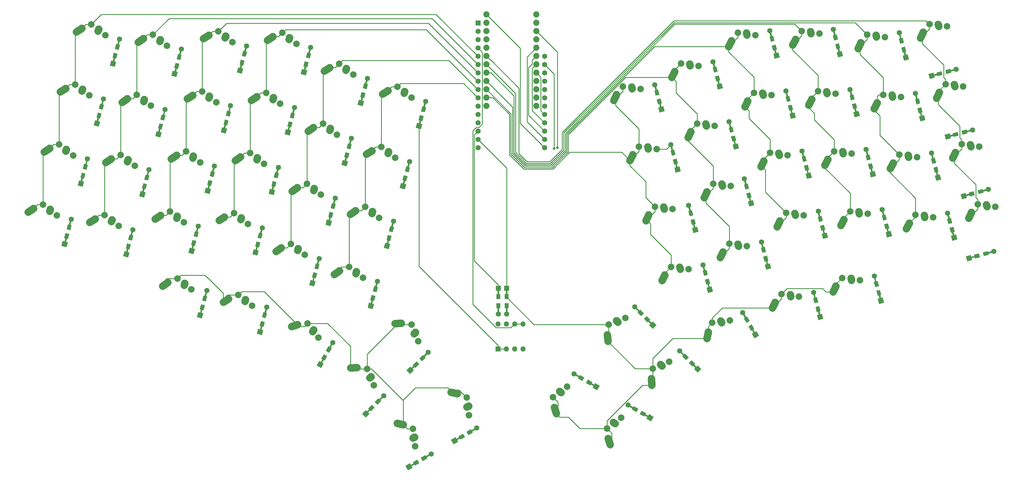
<source format=gtl>
G04 #@! TF.GenerationSoftware,KiCad,Pcbnew,(5.1.5)-3*
G04 #@! TF.CreationDate,2021-04-24T22:04:19+09:00*
G04 #@! TF.ProjectId,brimstone,6272696d-7374-46f6-9e65-2e6b69636164,rev?*
G04 #@! TF.SameCoordinates,Original*
G04 #@! TF.FileFunction,Copper,L1,Top*
G04 #@! TF.FilePolarity,Positive*
%FSLAX46Y46*%
G04 Gerber Fmt 4.6, Leading zero omitted, Abs format (unit mm)*
G04 Created by KiCad (PCBNEW (5.1.5)-3) date 2021-04-24 22:04:19*
%MOMM*%
%LPD*%
G04 APERTURE LIST*
%ADD10O,1.600000X1.600000*%
%ADD11R,1.600000X1.600000*%
%ADD12R,0.500000X2.900000*%
%ADD13C,1.600000*%
%ADD14R,1.200000X1.600000*%
%ADD15C,1.879600*%
%ADD16C,2.000000*%
%ADD17C,2.250000*%
%ADD18C,2.250000*%
%ADD19C,0.100000*%
%ADD20C,0.800000*%
%ADD21C,0.250000*%
G04 APERTURE END LIST*
D10*
X205138000Y-127049999D03*
X212758000Y-134669999D03*
X207678000Y-127049999D03*
X210218000Y-134669999D03*
X210218000Y-127049999D03*
X207678000Y-134669999D03*
X212758000Y-127049999D03*
D11*
X205138000Y-134669999D03*
D12*
X207750000Y-117600000D03*
X207750000Y-122600000D03*
D11*
X207750000Y-116200000D03*
D13*
X207750000Y-124000000D03*
D14*
X207750000Y-121500000D03*
X207750000Y-118700000D03*
D12*
X205250000Y-117600000D03*
X205250000Y-122600000D03*
D11*
X205250000Y-116200000D03*
D13*
X205250000Y-124000000D03*
D14*
X205250000Y-121500000D03*
X205250000Y-118700000D03*
D13*
X219370000Y-73250000D03*
X219370000Y-70710000D03*
X219370000Y-68170000D03*
X219370000Y-65630000D03*
X219370000Y-63090000D03*
X219370000Y-60550000D03*
X219370000Y-58010000D03*
X219370000Y-55470000D03*
X219370000Y-52930000D03*
X219370000Y-50390000D03*
X219370000Y-47850000D03*
X219370000Y-45310000D03*
D11*
X199050000Y-35150000D03*
D13*
X199050000Y-37690000D03*
X199050000Y-40230000D03*
X199050000Y-42770000D03*
X199050000Y-45310000D03*
X199050000Y-47850000D03*
X199050000Y-50390000D03*
X199050000Y-52930000D03*
X199050000Y-55470000D03*
X199050000Y-58010000D03*
X199050000Y-60550000D03*
X199050000Y-63090000D03*
X199050000Y-65630000D03*
X199050000Y-68170000D03*
X199050000Y-70710000D03*
X199050000Y-73250000D03*
D15*
X216870000Y-32550000D03*
X216870000Y-35090000D03*
X216870000Y-37630000D03*
X216870000Y-40170000D03*
X216870000Y-42710000D03*
X216870000Y-45250000D03*
X216870000Y-47790000D03*
X216870000Y-50330000D03*
X216870000Y-52870000D03*
X216870000Y-55410000D03*
X216870000Y-57950000D03*
X216870000Y-60490000D03*
X201630000Y-60490000D03*
X201630000Y-57950000D03*
X201630000Y-55410000D03*
X201630000Y-52870000D03*
X201630000Y-50330000D03*
X201630000Y-47790000D03*
X201630000Y-45250000D03*
X201630000Y-42710000D03*
X201630000Y-40170000D03*
X201630000Y-37630000D03*
X201630000Y-35090000D03*
X201630000Y-32550000D03*
D16*
X119743244Y-37664653D03*
X124029354Y-40987192D03*
D17*
X116836674Y-38852864D03*
D18*
X115193435Y-39924063D02*
X116836667Y-38852853D01*
D17*
X121984464Y-39114112D03*
D18*
X121795712Y-39663996D02*
X121984030Y-39113962D01*
G04 #@! TA.AperFunction,Conductor*
D19*
G36*
X163751750Y-56755394D02*
G01*
X164234713Y-56884803D01*
X163484138Y-59685988D01*
X163001175Y-59556579D01*
X163751750Y-56755394D01*
G37*
G04 #@! TD.AperFunction*
G04 #@! TA.AperFunction,Conductor*
G36*
X165045846Y-51925764D02*
G01*
X165528809Y-52055173D01*
X164778234Y-54856358D01*
X164295271Y-54726949D01*
X165045846Y-51925764D01*
G37*
G04 #@! TD.AperFunction*
G04 #@! TA.AperFunction,ComponentPad*
G36*
X162689913Y-58593191D02*
G01*
X164235394Y-59007302D01*
X163821283Y-60552783D01*
X162275802Y-60138672D01*
X162689913Y-58593191D01*
G37*
G04 #@! TD.AperFunction*
D13*
X165274386Y-52038765D03*
G04 #@! TA.AperFunction,SMDPad,CuDef*
D19*
G36*
X164254839Y-53525548D02*
G01*
X165413950Y-53836131D01*
X164999839Y-55381612D01*
X163840728Y-55071029D01*
X164254839Y-53525548D01*
G37*
G04 #@! TD.AperFunction*
G04 #@! TA.AperFunction,SMDPad,CuDef*
G36*
X163530145Y-56230140D02*
G01*
X164689256Y-56540723D01*
X164275145Y-58086204D01*
X163116034Y-57775621D01*
X163530145Y-56230140D01*
G37*
G04 #@! TD.AperFunction*
G04 #@! TA.AperFunction,Conductor*
G36*
X181534938Y-63797993D02*
G01*
X182017901Y-63927402D01*
X181267326Y-66728587D01*
X180784363Y-66599178D01*
X181534938Y-63797993D01*
G37*
G04 #@! TD.AperFunction*
G04 #@! TA.AperFunction,Conductor*
G36*
X182829034Y-58968363D02*
G01*
X183311997Y-59097772D01*
X182561422Y-61898957D01*
X182078459Y-61769548D01*
X182829034Y-58968363D01*
G37*
G04 #@! TD.AperFunction*
G04 #@! TA.AperFunction,ComponentPad*
G36*
X180473101Y-65635790D02*
G01*
X182018582Y-66049901D01*
X181604471Y-67595382D01*
X180058990Y-67181271D01*
X180473101Y-65635790D01*
G37*
G04 #@! TD.AperFunction*
D13*
X183057574Y-59081364D03*
G04 #@! TA.AperFunction,SMDPad,CuDef*
D19*
G36*
X182038027Y-60568147D02*
G01*
X183197138Y-60878730D01*
X182783027Y-62424211D01*
X181623916Y-62113628D01*
X182038027Y-60568147D01*
G37*
G04 #@! TD.AperFunction*
G04 #@! TA.AperFunction,SMDPad,CuDef*
G36*
X181313333Y-63272739D02*
G01*
X182472444Y-63583322D01*
X182058333Y-65128803D01*
X180899222Y-64818220D01*
X181313333Y-63272739D01*
G37*
G04 #@! TD.AperFunction*
G04 #@! TA.AperFunction,Conductor*
G36*
X158834188Y-75107985D02*
G01*
X159317151Y-75237394D01*
X158566576Y-78038579D01*
X158083613Y-77909170D01*
X158834188Y-75107985D01*
G37*
G04 #@! TD.AperFunction*
G04 #@! TA.AperFunction,Conductor*
G36*
X160128284Y-70278355D02*
G01*
X160611247Y-70407764D01*
X159860672Y-73208949D01*
X159377709Y-73079540D01*
X160128284Y-70278355D01*
G37*
G04 #@! TD.AperFunction*
G04 #@! TA.AperFunction,ComponentPad*
G36*
X157772351Y-76945782D02*
G01*
X159317832Y-77359893D01*
X158903721Y-78905374D01*
X157358240Y-78491263D01*
X157772351Y-76945782D01*
G37*
G04 #@! TD.AperFunction*
D13*
X160356824Y-70391356D03*
G04 #@! TA.AperFunction,SMDPad,CuDef*
D19*
G36*
X159337277Y-71878139D02*
G01*
X160496388Y-72188722D01*
X160082277Y-73734203D01*
X158923166Y-73423620D01*
X159337277Y-71878139D01*
G37*
G04 #@! TD.AperFunction*
G04 #@! TA.AperFunction,SMDPad,CuDef*
G36*
X158612583Y-74582731D02*
G01*
X159771694Y-74893314D01*
X159357583Y-76438795D01*
X158198472Y-76128212D01*
X158612583Y-74582731D01*
G37*
G04 #@! TD.AperFunction*
G04 #@! TA.AperFunction,Conductor*
G36*
X166808135Y-118759172D02*
G01*
X167291098Y-118888581D01*
X166540523Y-121689766D01*
X166057560Y-121560357D01*
X166808135Y-118759172D01*
G37*
G04 #@! TD.AperFunction*
G04 #@! TA.AperFunction,Conductor*
G36*
X168102231Y-113929542D02*
G01*
X168585194Y-114058951D01*
X167834619Y-116860136D01*
X167351656Y-116730727D01*
X168102231Y-113929542D01*
G37*
G04 #@! TD.AperFunction*
G04 #@! TA.AperFunction,ComponentPad*
G36*
X165746298Y-120596969D02*
G01*
X167291779Y-121011080D01*
X166877668Y-122556561D01*
X165332187Y-122142450D01*
X165746298Y-120596969D01*
G37*
G04 #@! TD.AperFunction*
D13*
X168330771Y-114042543D03*
G04 #@! TA.AperFunction,SMDPad,CuDef*
D19*
G36*
X167311224Y-115529326D02*
G01*
X168470335Y-115839909D01*
X168056224Y-117385390D01*
X166897113Y-117074807D01*
X167311224Y-115529326D01*
G37*
G04 #@! TD.AperFunction*
G04 #@! TA.AperFunction,SMDPad,CuDef*
G36*
X166586530Y-118233918D02*
G01*
X167745641Y-118544501D01*
X167331530Y-120089982D01*
X166172419Y-119779399D01*
X166586530Y-118233918D01*
G37*
G04 #@! TD.AperFunction*
G04 #@! TA.AperFunction,Conductor*
G36*
X153942508Y-93363983D02*
G01*
X154425471Y-93493392D01*
X153674896Y-96294577D01*
X153191933Y-96165168D01*
X153942508Y-93363983D01*
G37*
G04 #@! TD.AperFunction*
G04 #@! TA.AperFunction,Conductor*
G36*
X155236604Y-88534353D02*
G01*
X155719567Y-88663762D01*
X154968992Y-91464947D01*
X154486029Y-91335538D01*
X155236604Y-88534353D01*
G37*
G04 #@! TD.AperFunction*
G04 #@! TA.AperFunction,ComponentPad*
G36*
X152880671Y-95201780D02*
G01*
X154426152Y-95615891D01*
X154012041Y-97161372D01*
X152466560Y-96747261D01*
X152880671Y-95201780D01*
G37*
G04 #@! TD.AperFunction*
D13*
X155465144Y-88647354D03*
G04 #@! TA.AperFunction,SMDPad,CuDef*
D19*
G36*
X154445597Y-90134137D02*
G01*
X155604708Y-90444720D01*
X155190597Y-91990201D01*
X154031486Y-91679618D01*
X154445597Y-90134137D01*
G37*
G04 #@! TD.AperFunction*
G04 #@! TA.AperFunction,SMDPad,CuDef*
G36*
X153720903Y-92838729D02*
G01*
X154880014Y-93149312D01*
X154465903Y-94694793D01*
X153306792Y-94384210D01*
X153720903Y-92838729D01*
G37*
G04 #@! TD.AperFunction*
G04 #@! TA.AperFunction,Conductor*
G36*
X176617377Y-82150583D02*
G01*
X177100340Y-82279992D01*
X176349765Y-85081177D01*
X175866802Y-84951768D01*
X176617377Y-82150583D01*
G37*
G04 #@! TD.AperFunction*
G04 #@! TA.AperFunction,Conductor*
G36*
X177911473Y-77320953D02*
G01*
X178394436Y-77450362D01*
X177643861Y-80251547D01*
X177160898Y-80122138D01*
X177911473Y-77320953D01*
G37*
G04 #@! TD.AperFunction*
G04 #@! TA.AperFunction,ComponentPad*
G36*
X175555540Y-83988380D02*
G01*
X177101021Y-84402491D01*
X176686910Y-85947972D01*
X175141429Y-85533861D01*
X175555540Y-83988380D01*
G37*
G04 #@! TD.AperFunction*
D13*
X178140013Y-77433954D03*
G04 #@! TA.AperFunction,SMDPad,CuDef*
D19*
G36*
X177120466Y-78920737D02*
G01*
X178279577Y-79231320D01*
X177865466Y-80776801D01*
X176706355Y-80466218D01*
X177120466Y-78920737D01*
G37*
G04 #@! TD.AperFunction*
G04 #@! TA.AperFunction,SMDPad,CuDef*
G36*
X176395772Y-81625329D02*
G01*
X177554883Y-81935912D01*
X177140772Y-83481393D01*
X175981661Y-83170810D01*
X176395772Y-81625329D01*
G37*
G04 #@! TD.AperFunction*
G04 #@! TA.AperFunction,Conductor*
G36*
X148999064Y-111813166D02*
G01*
X149482027Y-111942575D01*
X148731452Y-114743760D01*
X148248489Y-114614351D01*
X148999064Y-111813166D01*
G37*
G04 #@! TD.AperFunction*
G04 #@! TA.AperFunction,Conductor*
G36*
X150293160Y-106983536D02*
G01*
X150776123Y-107112945D01*
X150025548Y-109914130D01*
X149542585Y-109784721D01*
X150293160Y-106983536D01*
G37*
G04 #@! TD.AperFunction*
G04 #@! TA.AperFunction,ComponentPad*
G36*
X147937227Y-113650963D02*
G01*
X149482708Y-114065074D01*
X149068597Y-115610555D01*
X147523116Y-115196444D01*
X147937227Y-113650963D01*
G37*
G04 #@! TD.AperFunction*
D13*
X150521700Y-107096537D03*
G04 #@! TA.AperFunction,SMDPad,CuDef*
D19*
G36*
X149502153Y-108583320D02*
G01*
X150661264Y-108893903D01*
X150247153Y-110439384D01*
X149088042Y-110128801D01*
X149502153Y-108583320D01*
G37*
G04 #@! TD.AperFunction*
G04 #@! TA.AperFunction,SMDPad,CuDef*
G36*
X148777459Y-111287912D02*
G01*
X149936570Y-111598495D01*
X149522459Y-113143976D01*
X148363348Y-112833393D01*
X148777459Y-111287912D01*
G37*
G04 #@! TD.AperFunction*
G04 #@! TA.AperFunction,Conductor*
G36*
X171725697Y-100406581D02*
G01*
X172208660Y-100535990D01*
X171458085Y-103337175D01*
X170975122Y-103207766D01*
X171725697Y-100406581D01*
G37*
G04 #@! TD.AperFunction*
G04 #@! TA.AperFunction,Conductor*
G36*
X173019793Y-95576951D02*
G01*
X173502756Y-95706360D01*
X172752181Y-98507545D01*
X172269218Y-98378136D01*
X173019793Y-95576951D01*
G37*
G04 #@! TD.AperFunction*
G04 #@! TA.AperFunction,ComponentPad*
G36*
X170663860Y-102244378D02*
G01*
X172209341Y-102658489D01*
X171795230Y-104203970D01*
X170249749Y-103789859D01*
X170663860Y-102244378D01*
G37*
G04 #@! TD.AperFunction*
D13*
X173248333Y-95689952D03*
G04 #@! TA.AperFunction,SMDPad,CuDef*
D19*
G36*
X172228786Y-97176735D02*
G01*
X173387897Y-97487318D01*
X172973786Y-99032799D01*
X171814675Y-98722216D01*
X172228786Y-97176735D01*
G37*
G04 #@! TD.AperFunction*
G04 #@! TA.AperFunction,SMDPad,CuDef*
G36*
X171504092Y-99881327D02*
G01*
X172663203Y-100191910D01*
X172249092Y-101737391D01*
X171089981Y-101426808D01*
X171504092Y-99881327D01*
G37*
G04 #@! TD.AperFunction*
D16*
X159672113Y-109651911D03*
X163958223Y-112974450D03*
D17*
X156765543Y-110840122D03*
D18*
X155122304Y-111911321D02*
X156765536Y-110840111D01*
D17*
X161913333Y-111101370D03*
D18*
X161724581Y-111651254D02*
X161912899Y-111101220D01*
D16*
X169507237Y-72946730D03*
X173793347Y-76269269D03*
D17*
X166600667Y-74134941D03*
D18*
X164957428Y-75206140D02*
X166600660Y-74134930D01*
D17*
X171748457Y-74396189D03*
D18*
X171559705Y-74946073D02*
X171748023Y-74396039D01*
D16*
X164589675Y-91299320D03*
X168875785Y-94621859D03*
D17*
X161683105Y-92487531D03*
D18*
X160039866Y-93558730D02*
X161683098Y-92487520D01*
D17*
X166830895Y-92748779D03*
D18*
X166642143Y-93298663D02*
X166830461Y-92748629D01*
D16*
X174424799Y-54594139D03*
X178710909Y-57916678D03*
D17*
X171518229Y-55782350D03*
D18*
X169874990Y-56853549D02*
X171518222Y-55782339D01*
D17*
X176666019Y-56043598D03*
D18*
X176477267Y-56593482D02*
X176665585Y-56043448D01*
G04 #@! TA.AperFunction,Conductor*
D19*
G36*
X180161153Y-139023814D02*
G01*
X180514707Y-139377368D01*
X178464097Y-141427978D01*
X178110543Y-141074424D01*
X180161153Y-139023814D01*
G37*
G04 #@! TD.AperFunction*
G04 #@! TA.AperFunction,Conductor*
G36*
X183696687Y-135488280D02*
G01*
X184050241Y-135841834D01*
X181999631Y-137892444D01*
X181646077Y-137538890D01*
X183696687Y-135488280D01*
G37*
G04 #@! TD.AperFunction*
G04 #@! TA.AperFunction,ComponentPad*
G36*
X178322676Y-140084474D02*
G01*
X179454047Y-141215845D01*
X178322676Y-142347216D01*
X177191305Y-141215845D01*
X178322676Y-140084474D01*
G37*
G04 #@! TD.AperFunction*
D13*
X183838108Y-135700413D03*
G04 #@! TA.AperFunction,SMDPad,CuDef*
D19*
G36*
X182211762Y-136478231D02*
G01*
X183060290Y-137326759D01*
X181928920Y-138458129D01*
X181080392Y-137609601D01*
X182211762Y-136478231D01*
G37*
G04 #@! TD.AperFunction*
G04 #@! TA.AperFunction,SMDPad,CuDef*
G36*
X180231864Y-138458129D02*
G01*
X181080392Y-139306657D01*
X179949022Y-140438027D01*
X179100494Y-139589499D01*
X180231864Y-138458129D01*
G37*
G04 #@! TD.AperFunction*
D16*
X238398934Y-158973939D03*
X242717587Y-155693812D03*
D17*
X238794382Y-162089003D03*
D18*
X239403779Y-163953496D02*
X238794369Y-162089006D01*
D17*
X240379075Y-157184234D03*
D18*
X240861370Y-157508875D02*
X240378820Y-157184615D01*
D16*
X221944452Y-149473939D03*
X226263105Y-146193812D03*
D17*
X222339900Y-152589003D03*
D18*
X222949297Y-154453496D02*
X222339887Y-152589006D01*
D17*
X223924593Y-147684234D03*
D18*
X224406888Y-148008875D02*
X223924338Y-147684615D01*
D16*
X238981566Y-127255077D03*
X244002024Y-125204467D03*
D17*
X238557302Y-130366347D03*
D18*
X238663368Y-132325033D02*
X238557290Y-130366347D01*
D17*
X241357445Y-126038853D03*
D18*
X241739282Y-126477260D02*
X241357098Y-126039154D01*
D16*
X252416595Y-140690106D03*
X257437053Y-138639496D03*
D17*
X251992331Y-143801376D03*
D18*
X252098397Y-145760062D02*
X251992319Y-143801376D01*
D17*
X254792474Y-139473882D03*
D18*
X255174311Y-139912289D02*
X254792127Y-139474183D01*
D16*
X270548950Y-126682193D03*
X275929077Y-126000846D03*
D17*
X269333886Y-129577641D03*
D18*
X268929393Y-131497038D02*
X269333875Y-129577638D01*
D17*
X273158655Y-126122334D03*
D18*
X273414014Y-126644629D02*
X273158244Y-126122535D01*
D16*
X291695438Y-117966644D03*
X297068587Y-118700993D03*
D17*
X289772379Y-120448950D03*
D18*
X288884892Y-122198255D02*
X289772368Y-120448945D01*
D17*
X294361121Y-118101302D03*
D18*
X294472599Y-118671892D02*
X294360671Y-118101390D01*
D16*
X310241213Y-112997319D03*
X315614362Y-113731668D03*
D17*
X308318154Y-115479625D03*
D18*
X307430667Y-117228930D02*
X308318143Y-115479620D01*
D17*
X312906896Y-113131977D03*
D18*
X313018374Y-113702567D02*
X312906446Y-113132065D01*
D16*
X195590160Y-149552961D03*
X196271507Y-154933088D03*
D17*
X192694712Y-148337897D03*
D18*
X190775315Y-147933404D02*
X192694715Y-148337886D01*
D17*
X196150019Y-152162666D03*
D18*
X195627724Y-152418025D02*
X196149818Y-152162255D01*
D16*
X179135677Y-159052962D03*
X179817024Y-164433089D03*
D17*
X176240229Y-157837898D03*
D18*
X174320832Y-157433405D02*
X176240232Y-157837887D01*
D17*
X179695536Y-161662667D03*
D18*
X179173241Y-161918026D02*
X179695335Y-161662256D01*
D16*
X178719239Y-127279628D03*
X180769849Y-132300086D03*
D17*
X175607969Y-126855364D03*
D18*
X173649283Y-126961430D02*
X175607969Y-126855352D01*
D17*
X179935463Y-129655507D03*
D18*
X179497056Y-130037344D02*
X179935162Y-129655160D01*
D16*
X165170490Y-140791582D03*
X167221100Y-145812040D03*
D17*
X162059220Y-140367318D03*
D18*
X160100534Y-140473384D02*
X162059220Y-140367306D01*
D17*
X166386714Y-143167461D03*
D18*
X165948307Y-143549298D02*
X166386413Y-143167114D01*
D16*
X147030500Y-126885454D03*
X150310627Y-131204107D03*
D17*
X143915436Y-127280902D03*
D18*
X142050943Y-127890299D02*
X143915433Y-127280889D01*
D17*
X148820205Y-128865595D03*
D18*
X148495564Y-129347890D02*
X148819824Y-128865340D01*
D16*
X125811452Y-118178669D03*
X130097562Y-121501208D03*
D17*
X122904882Y-119366880D03*
D18*
X121261643Y-120438079D02*
X122904875Y-119366869D01*
D17*
X128052672Y-119628128D03*
D18*
X127863920Y-120178012D02*
X128052238Y-119627978D01*
D16*
X107265676Y-113209344D03*
X111551786Y-116531883D03*
D17*
X104359106Y-114397555D03*
D18*
X102715867Y-115468754D02*
X104359099Y-114397544D01*
D17*
X109506896Y-114658803D03*
D18*
X109318144Y-115208687D02*
X109506462Y-114658653D01*
D16*
X257983133Y-109607189D03*
X263356282Y-110341538D03*
D17*
X256060074Y-112089495D03*
D18*
X255172587Y-113838800D02*
X256060063Y-112089490D01*
D17*
X260648816Y-109741847D03*
D18*
X260760294Y-110312437D02*
X260648366Y-109741935D01*
D16*
X253065571Y-91254599D03*
X258438720Y-91988948D03*
D17*
X251142512Y-93736905D03*
D18*
X250255025Y-95486210D02*
X251142501Y-93736900D01*
D17*
X255731254Y-91389257D03*
D18*
X255842732Y-91959847D02*
X255730804Y-91389345D01*
D16*
X248196305Y-72889067D03*
X253569454Y-73623416D03*
D17*
X246273246Y-75371373D03*
D18*
X245385759Y-77120678D02*
X246273235Y-75371368D01*
D17*
X250861988Y-73023725D03*
D18*
X250973466Y-73594315D02*
X250861538Y-73023813D01*
D16*
X243278743Y-54536476D03*
X248651892Y-55270825D03*
D17*
X241355684Y-57018782D03*
D18*
X240468197Y-58768087D02*
X241355673Y-57018777D01*
D17*
X245944426Y-54671134D03*
D18*
X246055904Y-55241724D02*
X245943976Y-54671222D01*
D16*
X275766321Y-102564591D03*
X281139470Y-103298940D03*
D17*
X273843262Y-105046897D03*
D18*
X272955775Y-106796202D02*
X273843251Y-105046892D01*
D17*
X278432004Y-102699249D03*
D18*
X278543482Y-103269839D02*
X278431554Y-102699337D01*
D16*
X270848759Y-84212000D03*
X276221908Y-84946349D03*
D17*
X268925700Y-86694306D03*
D18*
X268038213Y-88443611D02*
X268925689Y-86694301D01*
D17*
X273514442Y-84346658D03*
D18*
X273625920Y-84917248D02*
X273513992Y-84346746D01*
D16*
X265931198Y-65859409D03*
X271304347Y-66593758D03*
D17*
X264008139Y-68341715D03*
D18*
X263120652Y-70091020D02*
X264008128Y-68341710D01*
D17*
X268596881Y-65994067D03*
D18*
X268708359Y-66564657D02*
X268596431Y-65994155D01*
D16*
X261013636Y-47506819D03*
X266386785Y-48241168D03*
D17*
X259090577Y-49989125D03*
D18*
X258203090Y-51738430D02*
X259090566Y-49989120D01*
D17*
X263679319Y-47641477D03*
D18*
X263790797Y-48212067D02*
X263678869Y-47641565D01*
D16*
X141888925Y-102609312D03*
X146175035Y-105931851D03*
D17*
X138982355Y-103797523D03*
D18*
X137339116Y-104868722D02*
X138982348Y-103797512D01*
D17*
X144130145Y-104058771D03*
D18*
X143941393Y-104608655D02*
X144129711Y-104058621D01*
D16*
X146806486Y-84256722D03*
X151092596Y-87579261D03*
D17*
X143899916Y-85444933D03*
D18*
X142256677Y-86516132D02*
X143899909Y-85444922D01*
D17*
X149047706Y-85706181D03*
D18*
X148858954Y-86256065D02*
X149047272Y-85706031D01*
D16*
X151724048Y-65904131D03*
X156010158Y-69226670D03*
D17*
X148817478Y-67092342D03*
D18*
X147174239Y-68163541D02*
X148817471Y-67092331D01*
D17*
X153965268Y-67353590D03*
D18*
X153776516Y-67903474D02*
X153964834Y-67353440D01*
D16*
X156641610Y-47551540D03*
X160927720Y-50874079D03*
D17*
X153735040Y-48739751D03*
D18*
X152091801Y-49810950D02*
X153735033Y-48739740D01*
D17*
X158882830Y-49000999D03*
D18*
X158694078Y-49550883D02*
X158882396Y-49000849D01*
D16*
X293121530Y-93152006D03*
X298494679Y-93886355D03*
D17*
X291198471Y-95634312D03*
D18*
X290310984Y-97383617D02*
X291198460Y-95634307D01*
D17*
X295787213Y-93286664D03*
D18*
X295898691Y-93857254D02*
X295786763Y-93286752D01*
D16*
X288203968Y-74799415D03*
X293577117Y-75533764D03*
D17*
X286280909Y-77281721D03*
D18*
X285393422Y-79031026D02*
X286280898Y-77281716D01*
D17*
X290869651Y-74934073D03*
D18*
X290981129Y-75504663D02*
X290869201Y-74934161D01*
D16*
X283286406Y-56446825D03*
X288659555Y-57181174D03*
D17*
X281363347Y-58929131D03*
D18*
X280475860Y-60678436D02*
X281363336Y-58929126D01*
D17*
X285952089Y-56581483D03*
D18*
X286063567Y-57152073D02*
X285951639Y-56581571D01*
D16*
X278368844Y-38094234D03*
X283741993Y-38828583D03*
D17*
X276445785Y-40576540D03*
D18*
X275558298Y-42325845D02*
X276445774Y-40576535D01*
D17*
X281034527Y-38228892D03*
D18*
X281146005Y-38799482D02*
X281034077Y-38228980D01*
D16*
X124533716Y-93196728D03*
X128819826Y-96519267D03*
D17*
X121627146Y-94384939D03*
D18*
X119983907Y-95456138D02*
X121627139Y-94384928D01*
D17*
X126774936Y-94646187D03*
D18*
X126586184Y-95196071D02*
X126774502Y-94646037D01*
D16*
X129451278Y-74844137D03*
X133737388Y-78166676D03*
D17*
X126544708Y-76032348D03*
D18*
X124901469Y-77103547D02*
X126544701Y-76032337D01*
D17*
X131692498Y-76293596D03*
D18*
X131503746Y-76843480D02*
X131692064Y-76293446D01*
D16*
X134368840Y-56491547D03*
X138654950Y-59814086D03*
D17*
X131462270Y-57679758D03*
D18*
X129819031Y-58750957D02*
X131462263Y-57679747D01*
D17*
X136610060Y-57941006D03*
D18*
X136421308Y-58490890D02*
X136609626Y-57940856D01*
D16*
X139286402Y-38138956D03*
X143572512Y-41461495D03*
D17*
X136379832Y-39327167D03*
D18*
X134736593Y-40398366D02*
X136379825Y-39327156D01*
D17*
X141527622Y-39588415D03*
D18*
X141338870Y-40138299D02*
X141527188Y-39588265D01*
D16*
X312664688Y-92677703D03*
X318037837Y-93412052D03*
D17*
X310741629Y-95160009D03*
D18*
X309854142Y-96909314D02*
X310741618Y-95160004D01*
D17*
X315330371Y-92812361D03*
D18*
X315441849Y-93382951D02*
X315329921Y-92812449D01*
D16*
X307747126Y-74325112D03*
X313120275Y-75059461D03*
D17*
X305824067Y-76807418D03*
D18*
X304936580Y-78556723D02*
X305824056Y-76807413D01*
D17*
X310412809Y-74459770D03*
D18*
X310524287Y-75030360D02*
X310412359Y-74459858D01*
D16*
X302829564Y-55972522D03*
X308202713Y-56706871D03*
D17*
X300906505Y-58454828D03*
D18*
X300019018Y-60204133D02*
X300906494Y-58454823D01*
D17*
X305495247Y-56107180D03*
D18*
X305606725Y-56677770D02*
X305494797Y-56107268D01*
D16*
X297912002Y-37619931D03*
X303285151Y-38354280D03*
D17*
X295988943Y-40102237D03*
D18*
X295101456Y-41851542D02*
X295988932Y-40102232D01*
D17*
X300577685Y-37754589D03*
D18*
X300689163Y-38325179D02*
X300577235Y-37754677D01*
D16*
X104990558Y-92722425D03*
X109276668Y-96044964D03*
D17*
X102083988Y-93910636D03*
D18*
X100440749Y-94981835D02*
X102083981Y-93910625D01*
D17*
X107231778Y-94171884D03*
D18*
X107043026Y-94721768D02*
X107231344Y-94171734D01*
D16*
X109908120Y-74369834D03*
X114194230Y-77692373D03*
D17*
X107001550Y-75558045D03*
D18*
X105358311Y-76629244D02*
X107001543Y-75558034D01*
D17*
X112149340Y-75819293D03*
D18*
X111960588Y-76369177D02*
X112148906Y-75819143D01*
D16*
X114825682Y-56017244D03*
X119111792Y-59339783D03*
D17*
X111919112Y-57205455D03*
D18*
X110275873Y-58276654D02*
X111919105Y-57205444D01*
D17*
X117066902Y-57466703D03*
D18*
X116878150Y-58016587D02*
X117066468Y-57466553D01*
D16*
X332621957Y-93748881D03*
X337995106Y-94483230D03*
D17*
X330698898Y-96231187D03*
D18*
X329811411Y-97980492D02*
X330698887Y-96231182D01*
D17*
X335287640Y-93883539D03*
D18*
X335399118Y-94454129D02*
X335287190Y-93883627D01*
D16*
X327704395Y-75396291D03*
X333077544Y-76130640D03*
D17*
X325781336Y-77878597D03*
D18*
X324893849Y-79627902D02*
X325781325Y-77878592D01*
D17*
X330370078Y-75530949D03*
D18*
X330481556Y-76101539D02*
X330369628Y-75531037D01*
D16*
X322786833Y-57043700D03*
X328159982Y-57778049D03*
D17*
X320863774Y-59526006D03*
D18*
X319976287Y-61275311D02*
X320863763Y-59526001D01*
D17*
X325452516Y-57178358D03*
D18*
X325563994Y-57748948D02*
X325452066Y-57178446D01*
D16*
X317869271Y-38691109D03*
X323242420Y-39425458D03*
D17*
X315946212Y-41173415D03*
D18*
X315058725Y-42922720D02*
X315946201Y-41173410D01*
D17*
X320534954Y-38825767D03*
D18*
X320646432Y-39396357D02*
X320534504Y-38825855D01*
D16*
X85033289Y-93793603D03*
X89319399Y-97116142D03*
D17*
X82126719Y-94981814D03*
D18*
X80483480Y-96053013D02*
X82126712Y-94981803D01*
D17*
X87274509Y-95243062D03*
D18*
X87085757Y-95792946D02*
X87274075Y-95242912D01*
D16*
X89950851Y-75441012D03*
X94236961Y-78763551D03*
D17*
X87044281Y-76629223D03*
D18*
X85401042Y-77700422D02*
X87044274Y-76629212D01*
D17*
X92192071Y-76890471D03*
D18*
X92003319Y-77440355D02*
X92191637Y-76890321D01*
D16*
X94868413Y-57088422D03*
X99154523Y-60410961D03*
D17*
X91961843Y-58276633D03*
D18*
X90318604Y-59347832D02*
X91961836Y-58276622D01*
D17*
X97109633Y-58537881D03*
D18*
X96920881Y-59087765D02*
X97109199Y-58537731D01*
D16*
X99785975Y-38735831D03*
X104072085Y-42058370D03*
D17*
X96879405Y-39924042D03*
D18*
X95236166Y-40995241D02*
X96879398Y-39924031D01*
D17*
X102027195Y-40185290D03*
D18*
X101838443Y-40735174D02*
X102026761Y-40185140D01*
D16*
X351633607Y-90518222D03*
X357006756Y-91252571D03*
D17*
X349710548Y-93000528D03*
D18*
X348823061Y-94749833D02*
X349710537Y-93000523D01*
D17*
X354299290Y-90652880D03*
D18*
X354410768Y-91223470D02*
X354298840Y-90652968D01*
D16*
X346716045Y-72165632D03*
X352089194Y-72899981D03*
D17*
X344792986Y-74647938D03*
D18*
X343905499Y-76397243D02*
X344792975Y-74647933D01*
D17*
X349381728Y-72300290D03*
D18*
X349493206Y-72870880D02*
X349381278Y-72300378D01*
D16*
X341798483Y-53813041D03*
X347171632Y-54547390D03*
D17*
X339875424Y-56295347D03*
D18*
X338987937Y-58044652D02*
X339875413Y-56295342D01*
D17*
X344464166Y-53947699D03*
D18*
X344575644Y-54518289D02*
X344463716Y-53947787D01*
D16*
X336880921Y-35460450D03*
X342254070Y-36194799D03*
D17*
X334957862Y-37942756D03*
D18*
X334070375Y-39692061D02*
X334957851Y-37942751D01*
D17*
X339546604Y-35595108D03*
D18*
X339658082Y-36165698D02*
X339546154Y-35595196D01*
D16*
X66214824Y-90614708D03*
X70500934Y-93937247D03*
D17*
X63308254Y-91802919D03*
D18*
X61665015Y-92874118D02*
X63308247Y-91802908D01*
D17*
X68456044Y-92064167D03*
D18*
X68267292Y-92614051D02*
X68455610Y-92064017D01*
D16*
X71132386Y-72262117D03*
X75418496Y-75584656D03*
D17*
X68225816Y-73450328D03*
D18*
X66582577Y-74521527D02*
X68225809Y-73450317D01*
D17*
X73373606Y-73711576D03*
D18*
X73184854Y-74261460D02*
X73373172Y-73711426D01*
D16*
X76049948Y-53909526D03*
X80336058Y-57232065D03*
D17*
X73143378Y-55097737D03*
D18*
X71500139Y-56168936D02*
X73143371Y-55097726D01*
D17*
X78291168Y-55358985D03*
D18*
X78102416Y-55908869D02*
X78290734Y-55358835D01*
D16*
X80967510Y-35556936D03*
X85253620Y-38879475D03*
D17*
X78060940Y-36745147D03*
D18*
X76417701Y-37816346D02*
X78060933Y-36745136D01*
D17*
X83208730Y-37006395D03*
D18*
X83019978Y-37556279D02*
X83208296Y-37006245D01*
G04 #@! TA.AperFunction,Conductor*
D19*
G36*
X248992811Y-154524807D02*
G01*
X249242811Y-154091795D01*
X251754285Y-155541795D01*
X251504285Y-155974807D01*
X248992811Y-154524807D01*
G37*
G04 #@! TD.AperFunction*
G04 #@! TA.AperFunction,Conductor*
G36*
X244662683Y-152024807D02*
G01*
X244912683Y-151591795D01*
X247424157Y-153041795D01*
X247174157Y-153474807D01*
X244662683Y-152024807D01*
G37*
G04 #@! TD.AperFunction*
G04 #@! TA.AperFunction,ComponentPad*
G36*
X250493163Y-156026121D02*
G01*
X251293163Y-154640481D01*
X252678803Y-155440481D01*
X251878803Y-156826121D01*
X250493163Y-156026121D01*
G37*
G04 #@! TD.AperFunction*
D13*
X244830985Y-151833301D03*
G04 #@! TA.AperFunction,SMDPad,CuDef*
D19*
G36*
X246003228Y-153202916D02*
G01*
X246603228Y-152163686D01*
X247988868Y-152963686D01*
X247388868Y-154002916D01*
X246003228Y-153202916D01*
G37*
G04 #@! TD.AperFunction*
G04 #@! TA.AperFunction,SMDPad,CuDef*
G36*
X248428100Y-154602916D02*
G01*
X249028100Y-153563686D01*
X250413740Y-154363686D01*
X249813740Y-155402916D01*
X248428100Y-154602916D01*
G37*
G04 #@! TD.AperFunction*
G04 #@! TA.AperFunction,Conductor*
G36*
X232538328Y-145024806D02*
G01*
X232788328Y-144591794D01*
X235299802Y-146041794D01*
X235049802Y-146474806D01*
X232538328Y-145024806D01*
G37*
G04 #@! TD.AperFunction*
G04 #@! TA.AperFunction,Conductor*
G36*
X228208200Y-142524806D02*
G01*
X228458200Y-142091794D01*
X230969674Y-143541794D01*
X230719674Y-143974806D01*
X228208200Y-142524806D01*
G37*
G04 #@! TD.AperFunction*
G04 #@! TA.AperFunction,ComponentPad*
G36*
X234038680Y-146526120D02*
G01*
X234838680Y-145140480D01*
X236224320Y-145940480D01*
X235424320Y-147326120D01*
X234038680Y-146526120D01*
G37*
G04 #@! TD.AperFunction*
D13*
X228376502Y-142333300D03*
G04 #@! TA.AperFunction,SMDPad,CuDef*
D19*
G36*
X229548745Y-143702915D02*
G01*
X230148745Y-142663685D01*
X231534385Y-143463685D01*
X230934385Y-144502915D01*
X229548745Y-143702915D01*
G37*
G04 #@! TD.AperFunction*
G04 #@! TA.AperFunction,SMDPad,CuDef*
G36*
X231973617Y-145102915D02*
G01*
X232573617Y-144063685D01*
X233959257Y-144863685D01*
X233359257Y-145902915D01*
X231973617Y-145102915D01*
G37*
G04 #@! TD.AperFunction*
G04 #@! TA.AperFunction,Conductor*
G36*
X250224563Y-125558021D02*
G01*
X250578117Y-125204467D01*
X252628727Y-127255077D01*
X252275173Y-127608631D01*
X250224563Y-125558021D01*
G37*
G04 #@! TD.AperFunction*
G04 #@! TA.AperFunction,Conductor*
G36*
X246689029Y-122022487D02*
G01*
X247042583Y-121668933D01*
X249093193Y-123719543D01*
X248739639Y-124073097D01*
X246689029Y-122022487D01*
G37*
G04 #@! TD.AperFunction*
G04 #@! TA.AperFunction,ComponentPad*
G36*
X251285223Y-127396498D02*
G01*
X252416594Y-126265127D01*
X253547965Y-127396498D01*
X252416594Y-128527869D01*
X251285223Y-127396498D01*
G37*
G04 #@! TD.AperFunction*
D13*
X246901162Y-121881066D03*
G04 #@! TA.AperFunction,SMDPad,CuDef*
D19*
G36*
X247678980Y-123507412D02*
G01*
X248527508Y-122658884D01*
X249658878Y-123790254D01*
X248810350Y-124638782D01*
X247678980Y-123507412D01*
G37*
G04 #@! TD.AperFunction*
G04 #@! TA.AperFunction,SMDPad,CuDef*
G36*
X249658878Y-125487310D02*
G01*
X250507406Y-124638782D01*
X251638776Y-125770152D01*
X250790248Y-126618680D01*
X249658878Y-125487310D01*
G37*
G04 #@! TD.AperFunction*
G04 #@! TA.AperFunction,Conductor*
G36*
X263942434Y-138993050D02*
G01*
X264295988Y-138639496D01*
X266346598Y-140690106D01*
X265993044Y-141043660D01*
X263942434Y-138993050D01*
G37*
G04 #@! TD.AperFunction*
G04 #@! TA.AperFunction,Conductor*
G36*
X260406900Y-135457516D02*
G01*
X260760454Y-135103962D01*
X262811064Y-137154572D01*
X262457510Y-137508126D01*
X260406900Y-135457516D01*
G37*
G04 #@! TD.AperFunction*
G04 #@! TA.AperFunction,ComponentPad*
G36*
X265003094Y-140831527D02*
G01*
X266134465Y-139700156D01*
X267265836Y-140831527D01*
X266134465Y-141962898D01*
X265003094Y-140831527D01*
G37*
G04 #@! TD.AperFunction*
D13*
X260619033Y-135316095D03*
G04 #@! TA.AperFunction,SMDPad,CuDef*
D19*
G36*
X261396851Y-136942441D02*
G01*
X262245379Y-136093913D01*
X263376749Y-137225283D01*
X262528221Y-138073811D01*
X261396851Y-136942441D01*
G37*
G04 #@! TD.AperFunction*
G04 #@! TA.AperFunction,SMDPad,CuDef*
G36*
X263376749Y-138922339D02*
G01*
X264225277Y-138073811D01*
X265356647Y-139205181D01*
X264508119Y-140053709D01*
X263376749Y-138922339D01*
G37*
G04 #@! TD.AperFunction*
G04 #@! TA.AperFunction,Conductor*
G36*
X282121288Y-128026070D02*
G01*
X282554300Y-127776070D01*
X284004300Y-130287544D01*
X283571288Y-130537544D01*
X282121288Y-128026070D01*
G37*
G04 #@! TD.AperFunction*
G04 #@! TA.AperFunction,Conductor*
G36*
X279621288Y-123695942D02*
G01*
X280054300Y-123445942D01*
X281504300Y-125957416D01*
X281071288Y-126207416D01*
X279621288Y-123695942D01*
G37*
G04 #@! TD.AperFunction*
G04 #@! TA.AperFunction,ComponentPad*
G36*
X282669974Y-130076422D02*
G01*
X284055614Y-129276422D01*
X284855614Y-130662062D01*
X283469974Y-131462062D01*
X282669974Y-130076422D01*
G37*
G04 #@! TD.AperFunction*
D13*
X279862794Y-123614244D03*
G04 #@! TA.AperFunction,SMDPad,CuDef*
D19*
G36*
X280193179Y-125386487D02*
G01*
X281232409Y-124786487D01*
X282032409Y-126172127D01*
X280993179Y-126772127D01*
X280193179Y-125386487D01*
G37*
G04 #@! TD.AperFunction*
G04 #@! TA.AperFunction,SMDPad,CuDef*
G36*
X281593179Y-127811359D02*
G01*
X282632409Y-127211359D01*
X283432409Y-128596999D01*
X282393179Y-129196999D01*
X281593179Y-127811359D01*
G37*
G04 #@! TD.AperFunction*
G04 #@! TA.AperFunction,Conductor*
G36*
X302525637Y-122259870D02*
G01*
X303008600Y-122130461D01*
X303759175Y-124931646D01*
X303276212Y-125061055D01*
X302525637Y-122259870D01*
G37*
G04 #@! TD.AperFunction*
G04 #@! TA.AperFunction,Conductor*
G36*
X301231541Y-117430240D02*
G01*
X301714504Y-117300831D01*
X302465079Y-120102016D01*
X301982116Y-120231425D01*
X301231541Y-117430240D01*
G37*
G04 #@! TD.AperFunction*
G04 #@! TA.AperFunction,ComponentPad*
G36*
X302524956Y-124382369D02*
G01*
X304070437Y-123968258D01*
X304484548Y-125513739D01*
X302939067Y-125927850D01*
X302524956Y-124382369D01*
G37*
G04 #@! TD.AperFunction*
D13*
X301485964Y-117413832D03*
G04 #@! TA.AperFunction,SMDPad,CuDef*
D19*
G36*
X301346400Y-119211198D02*
G01*
X302505511Y-118900615D01*
X302919622Y-120446096D01*
X301760511Y-120756679D01*
X301346400Y-119211198D01*
G37*
G04 #@! TD.AperFunction*
G04 #@! TA.AperFunction,SMDPad,CuDef*
G36*
X302071094Y-121915790D02*
G01*
X303230205Y-121605207D01*
X303644316Y-123150688D01*
X302485205Y-123461271D01*
X302071094Y-121915790D01*
G37*
G04 #@! TD.AperFunction*
G04 #@! TA.AperFunction,Conductor*
G36*
X321071412Y-117290545D02*
G01*
X321554375Y-117161136D01*
X322304950Y-119962321D01*
X321821987Y-120091730D01*
X321071412Y-117290545D01*
G37*
G04 #@! TD.AperFunction*
G04 #@! TA.AperFunction,Conductor*
G36*
X319777316Y-112460915D02*
G01*
X320260279Y-112331506D01*
X321010854Y-115132691D01*
X320527891Y-115262100D01*
X319777316Y-112460915D01*
G37*
G04 #@! TD.AperFunction*
G04 #@! TA.AperFunction,ComponentPad*
G36*
X321070731Y-119413044D02*
G01*
X322616212Y-118998933D01*
X323030323Y-120544414D01*
X321484842Y-120958525D01*
X321070731Y-119413044D01*
G37*
G04 #@! TD.AperFunction*
D13*
X320031739Y-112444507D03*
G04 #@! TA.AperFunction,SMDPad,CuDef*
D19*
G36*
X319892175Y-114241873D02*
G01*
X321051286Y-113931290D01*
X321465397Y-115476771D01*
X320306286Y-115787354D01*
X319892175Y-114241873D01*
G37*
G04 #@! TD.AperFunction*
G04 #@! TA.AperFunction,SMDPad,CuDef*
G36*
X320616869Y-116946465D02*
G01*
X321775980Y-116635882D01*
X322190091Y-118181363D01*
X321030980Y-118491946D01*
X320616869Y-116946465D01*
G37*
G04 #@! TD.AperFunction*
G04 #@! TA.AperFunction,Conductor*
G36*
X194246284Y-161125299D02*
G01*
X194496284Y-161558311D01*
X191984810Y-163008311D01*
X191734810Y-162575299D01*
X194246284Y-161125299D01*
G37*
G04 #@! TD.AperFunction*
G04 #@! TA.AperFunction,Conductor*
G36*
X198576412Y-158625299D02*
G01*
X198826412Y-159058311D01*
X196314938Y-160508311D01*
X196064938Y-160075299D01*
X198576412Y-158625299D01*
G37*
G04 #@! TD.AperFunction*
G04 #@! TA.AperFunction,ComponentPad*
G36*
X192195932Y-161673985D02*
G01*
X192995932Y-163059625D01*
X191610292Y-163859625D01*
X190810292Y-162473985D01*
X192195932Y-161673985D01*
G37*
G04 #@! TD.AperFunction*
D13*
X198658110Y-158866805D03*
G04 #@! TA.AperFunction,SMDPad,CuDef*
D19*
G36*
X196885867Y-159197190D02*
G01*
X197485867Y-160236420D01*
X196100227Y-161036420D01*
X195500227Y-159997190D01*
X196885867Y-159197190D01*
G37*
G04 #@! TD.AperFunction*
G04 #@! TA.AperFunction,SMDPad,CuDef*
G36*
X194460995Y-160597190D02*
G01*
X195060995Y-161636420D01*
X193675355Y-162436420D01*
X193075355Y-161397190D01*
X194460995Y-160597190D01*
G37*
G04 #@! TD.AperFunction*
G04 #@! TA.AperFunction,Conductor*
G36*
X180315673Y-169058494D02*
G01*
X180565673Y-169491506D01*
X178054199Y-170941506D01*
X177804199Y-170508494D01*
X180315673Y-169058494D01*
G37*
G04 #@! TD.AperFunction*
G04 #@! TA.AperFunction,Conductor*
G36*
X184645801Y-166558494D02*
G01*
X184895801Y-166991506D01*
X182384327Y-168441506D01*
X182134327Y-168008494D01*
X184645801Y-166558494D01*
G37*
G04 #@! TD.AperFunction*
G04 #@! TA.AperFunction,ComponentPad*
G36*
X178265321Y-169607180D02*
G01*
X179065321Y-170992820D01*
X177679681Y-171792820D01*
X176879681Y-170407180D01*
X178265321Y-169607180D01*
G37*
G04 #@! TD.AperFunction*
D13*
X184727499Y-166800000D03*
G04 #@! TA.AperFunction,SMDPad,CuDef*
D19*
G36*
X182955256Y-167130385D02*
G01*
X183555256Y-168169615D01*
X182169616Y-168969615D01*
X181569616Y-167930385D01*
X182955256Y-167130385D01*
G37*
G04 #@! TD.AperFunction*
G04 #@! TA.AperFunction,SMDPad,CuDef*
G36*
X180530384Y-168530385D02*
G01*
X181130384Y-169569615D01*
X179744744Y-170369615D01*
X179144744Y-169330385D01*
X180530384Y-168530385D01*
G37*
G04 #@! TD.AperFunction*
G04 #@! TA.AperFunction,Conductor*
G36*
X166584703Y-152317422D02*
G01*
X166938257Y-152670976D01*
X164887647Y-154721586D01*
X164534093Y-154368032D01*
X166584703Y-152317422D01*
G37*
G04 #@! TD.AperFunction*
G04 #@! TA.AperFunction,Conductor*
G36*
X170120237Y-148781888D02*
G01*
X170473791Y-149135442D01*
X168423181Y-151186052D01*
X168069627Y-150832498D01*
X170120237Y-148781888D01*
G37*
G04 #@! TD.AperFunction*
G04 #@! TA.AperFunction,ComponentPad*
G36*
X164746226Y-153378082D02*
G01*
X165877597Y-154509453D01*
X164746226Y-155640824D01*
X163614855Y-154509453D01*
X164746226Y-153378082D01*
G37*
G04 #@! TD.AperFunction*
D13*
X170261658Y-148994021D03*
G04 #@! TA.AperFunction,SMDPad,CuDef*
D19*
G36*
X168635312Y-149771839D02*
G01*
X169483840Y-150620367D01*
X168352470Y-151751737D01*
X167503942Y-150903209D01*
X168635312Y-149771839D01*
G37*
G04 #@! TD.AperFunction*
G04 #@! TA.AperFunction,SMDPad,CuDef*
G36*
X166655414Y-151751737D02*
G01*
X167503942Y-152600265D01*
X166372572Y-153731635D01*
X165524044Y-152883107D01*
X166655414Y-151751737D01*
G37*
G04 #@! TD.AperFunction*
G04 #@! TA.AperFunction,Conductor*
G36*
X152052838Y-136886510D02*
G01*
X152485850Y-137136510D01*
X151035850Y-139647984D01*
X150602838Y-139397984D01*
X152052838Y-136886510D01*
G37*
G04 #@! TD.AperFunction*
G04 #@! TA.AperFunction,Conductor*
G36*
X154552838Y-132556382D02*
G01*
X154985850Y-132806382D01*
X153535850Y-135317856D01*
X153102838Y-135067856D01*
X154552838Y-132556382D01*
G37*
G04 #@! TD.AperFunction*
G04 #@! TA.AperFunction,ComponentPad*
G36*
X150551524Y-138386862D02*
G01*
X151937164Y-139186862D01*
X151137164Y-140572502D01*
X149751524Y-139772502D01*
X150551524Y-138386862D01*
G37*
G04 #@! TD.AperFunction*
D13*
X154744344Y-132724684D03*
G04 #@! TA.AperFunction,SMDPad,CuDef*
D19*
G36*
X153374729Y-133896927D02*
G01*
X154413959Y-134496927D01*
X153613959Y-135882567D01*
X152574729Y-135282567D01*
X153374729Y-133896927D01*
G37*
G04 #@! TD.AperFunction*
G04 #@! TA.AperFunction,SMDPad,CuDef*
G36*
X151974729Y-136321799D02*
G01*
X153013959Y-136921799D01*
X152213959Y-138307439D01*
X151174729Y-137707439D01*
X151974729Y-136321799D01*
G37*
G04 #@! TD.AperFunction*
G04 #@! TA.AperFunction,Conductor*
G36*
X133006172Y-126680493D02*
G01*
X133489135Y-126809902D01*
X132738560Y-129611087D01*
X132255597Y-129481678D01*
X133006172Y-126680493D01*
G37*
G04 #@! TD.AperFunction*
G04 #@! TA.AperFunction,Conductor*
G36*
X134300268Y-121850863D02*
G01*
X134783231Y-121980272D01*
X134032656Y-124781457D01*
X133549693Y-124652048D01*
X134300268Y-121850863D01*
G37*
G04 #@! TD.AperFunction*
G04 #@! TA.AperFunction,ComponentPad*
G36*
X131944335Y-128518290D02*
G01*
X133489816Y-128932401D01*
X133075705Y-130477882D01*
X131530224Y-130063771D01*
X131944335Y-128518290D01*
G37*
G04 #@! TD.AperFunction*
D13*
X134528808Y-121963864D03*
G04 #@! TA.AperFunction,SMDPad,CuDef*
D19*
G36*
X133509261Y-123450647D02*
G01*
X134668372Y-123761230D01*
X134254261Y-125306711D01*
X133095150Y-124996128D01*
X133509261Y-123450647D01*
G37*
G04 #@! TD.AperFunction*
G04 #@! TA.AperFunction,SMDPad,CuDef*
G36*
X132784567Y-126155239D02*
G01*
X133943678Y-126465822D01*
X133529567Y-128011303D01*
X132370456Y-127700720D01*
X132784567Y-126155239D01*
G37*
G04 #@! TD.AperFunction*
G04 #@! TA.AperFunction,Conductor*
G36*
X114705345Y-121569746D02*
G01*
X115188308Y-121699155D01*
X114437733Y-124500340D01*
X113954770Y-124370931D01*
X114705345Y-121569746D01*
G37*
G04 #@! TD.AperFunction*
G04 #@! TA.AperFunction,Conductor*
G36*
X115999441Y-116740116D02*
G01*
X116482404Y-116869525D01*
X115731829Y-119670710D01*
X115248866Y-119541301D01*
X115999441Y-116740116D01*
G37*
G04 #@! TD.AperFunction*
G04 #@! TA.AperFunction,ComponentPad*
G36*
X113643508Y-123407543D02*
G01*
X115188989Y-123821654D01*
X114774878Y-125367135D01*
X113229397Y-124953024D01*
X113643508Y-123407543D01*
G37*
G04 #@! TD.AperFunction*
D13*
X116227981Y-116853117D03*
G04 #@! TA.AperFunction,SMDPad,CuDef*
D19*
G36*
X115208434Y-118339900D02*
G01*
X116367545Y-118650483D01*
X115953434Y-120195964D01*
X114794323Y-119885381D01*
X115208434Y-118339900D01*
G37*
G04 #@! TD.AperFunction*
G04 #@! TA.AperFunction,SMDPad,CuDef*
G36*
X114483740Y-121044492D02*
G01*
X115642851Y-121355075D01*
X115228740Y-122900556D01*
X114069629Y-122589973D01*
X114483740Y-121044492D01*
G37*
G04 #@! TD.AperFunction*
G04 #@! TA.AperFunction,Conductor*
G36*
X268813331Y-113900416D02*
G01*
X269296294Y-113771007D01*
X270046869Y-116572192D01*
X269563906Y-116701601D01*
X268813331Y-113900416D01*
G37*
G04 #@! TD.AperFunction*
G04 #@! TA.AperFunction,Conductor*
G36*
X267519235Y-109070786D02*
G01*
X268002198Y-108941377D01*
X268752773Y-111742562D01*
X268269810Y-111871971D01*
X267519235Y-109070786D01*
G37*
G04 #@! TD.AperFunction*
G04 #@! TA.AperFunction,ComponentPad*
G36*
X268812650Y-116022915D02*
G01*
X270358131Y-115608804D01*
X270772242Y-117154285D01*
X269226761Y-117568396D01*
X268812650Y-116022915D01*
G37*
G04 #@! TD.AperFunction*
D13*
X267773658Y-109054378D03*
G04 #@! TA.AperFunction,SMDPad,CuDef*
D19*
G36*
X267634094Y-110851744D02*
G01*
X268793205Y-110541161D01*
X269207316Y-112086642D01*
X268048205Y-112397225D01*
X267634094Y-110851744D01*
G37*
G04 #@! TD.AperFunction*
G04 #@! TA.AperFunction,SMDPad,CuDef*
G36*
X268358788Y-113556336D02*
G01*
X269517899Y-113245753D01*
X269932010Y-114791234D01*
X268772899Y-115101817D01*
X268358788Y-113556336D01*
G37*
G04 #@! TD.AperFunction*
G04 #@! TA.AperFunction,Conductor*
G36*
X264395141Y-95672838D02*
G01*
X264878104Y-95543429D01*
X265628679Y-98344614D01*
X265145716Y-98474023D01*
X264395141Y-95672838D01*
G37*
G04 #@! TD.AperFunction*
G04 #@! TA.AperFunction,Conductor*
G36*
X263101045Y-90843208D02*
G01*
X263584008Y-90713799D01*
X264334583Y-93514984D01*
X263851620Y-93644393D01*
X263101045Y-90843208D01*
G37*
G04 #@! TD.AperFunction*
G04 #@! TA.AperFunction,ComponentPad*
G36*
X264394460Y-97795337D02*
G01*
X265939941Y-97381226D01*
X266354052Y-98926707D01*
X264808571Y-99340818D01*
X264394460Y-97795337D01*
G37*
G04 #@! TD.AperFunction*
D13*
X263355468Y-90826800D03*
G04 #@! TA.AperFunction,SMDPad,CuDef*
D19*
G36*
X263215904Y-92624166D02*
G01*
X264375015Y-92313583D01*
X264789126Y-93859064D01*
X263630015Y-94169647D01*
X263215904Y-92624166D01*
G37*
G04 #@! TD.AperFunction*
G04 #@! TA.AperFunction,SMDPad,CuDef*
G36*
X263940598Y-95328758D02*
G01*
X265099709Y-95018175D01*
X265513820Y-96563656D01*
X264354709Y-96874239D01*
X263940598Y-95328758D01*
G37*
G04 #@! TD.AperFunction*
G04 #@! TA.AperFunction,Conductor*
G36*
X258978208Y-77195234D02*
G01*
X259461171Y-77065825D01*
X260211746Y-79867010D01*
X259728783Y-79996419D01*
X258978208Y-77195234D01*
G37*
G04 #@! TD.AperFunction*
G04 #@! TA.AperFunction,Conductor*
G36*
X257684112Y-72365604D02*
G01*
X258167075Y-72236195D01*
X258917650Y-75037380D01*
X258434687Y-75166789D01*
X257684112Y-72365604D01*
G37*
G04 #@! TD.AperFunction*
G04 #@! TA.AperFunction,ComponentPad*
G36*
X258977527Y-79317733D02*
G01*
X260523008Y-78903622D01*
X260937119Y-80449103D01*
X259391638Y-80863214D01*
X258977527Y-79317733D01*
G37*
G04 #@! TD.AperFunction*
D13*
X257938535Y-72349196D03*
G04 #@! TA.AperFunction,SMDPad,CuDef*
D19*
G36*
X257798971Y-74146562D02*
G01*
X258958082Y-73835979D01*
X259372193Y-75381460D01*
X258213082Y-75692043D01*
X257798971Y-74146562D01*
G37*
G04 #@! TD.AperFunction*
G04 #@! TA.AperFunction,SMDPad,CuDef*
G36*
X258523665Y-76851154D02*
G01*
X259682776Y-76540571D01*
X260096887Y-78086052D01*
X258937776Y-78396635D01*
X258523665Y-76851154D01*
G37*
G04 #@! TD.AperFunction*
G04 #@! TA.AperFunction,Conductor*
G36*
X254060646Y-58842643D02*
G01*
X254543609Y-58713234D01*
X255294184Y-61514419D01*
X254811221Y-61643828D01*
X254060646Y-58842643D01*
G37*
G04 #@! TD.AperFunction*
G04 #@! TA.AperFunction,Conductor*
G36*
X252766550Y-54013013D02*
G01*
X253249513Y-53883604D01*
X254000088Y-56684789D01*
X253517125Y-56814198D01*
X252766550Y-54013013D01*
G37*
G04 #@! TD.AperFunction*
G04 #@! TA.AperFunction,ComponentPad*
G36*
X254059965Y-60965142D02*
G01*
X255605446Y-60551031D01*
X256019557Y-62096512D01*
X254474076Y-62510623D01*
X254059965Y-60965142D01*
G37*
G04 #@! TD.AperFunction*
D13*
X253020973Y-53996605D03*
G04 #@! TA.AperFunction,SMDPad,CuDef*
D19*
G36*
X252881409Y-55793971D02*
G01*
X254040520Y-55483388D01*
X254454631Y-57028869D01*
X253295520Y-57339452D01*
X252881409Y-55793971D01*
G37*
G04 #@! TD.AperFunction*
G04 #@! TA.AperFunction,SMDPad,CuDef*
G36*
X253606103Y-58498563D02*
G01*
X254765214Y-58187980D01*
X255179325Y-59733461D01*
X254020214Y-60044044D01*
X253606103Y-58498563D01*
G37*
G04 #@! TD.AperFunction*
G04 #@! TA.AperFunction,Conductor*
G36*
X286596520Y-106857817D02*
G01*
X287079483Y-106728408D01*
X287830058Y-109529593D01*
X287347095Y-109659002D01*
X286596520Y-106857817D01*
G37*
G04 #@! TD.AperFunction*
G04 #@! TA.AperFunction,Conductor*
G36*
X285302424Y-102028187D02*
G01*
X285785387Y-101898778D01*
X286535962Y-104699963D01*
X286052999Y-104829372D01*
X285302424Y-102028187D01*
G37*
G04 #@! TD.AperFunction*
G04 #@! TA.AperFunction,ComponentPad*
G36*
X286595839Y-108980316D02*
G01*
X288141320Y-108566205D01*
X288555431Y-110111686D01*
X287009950Y-110525797D01*
X286595839Y-108980316D01*
G37*
G04 #@! TD.AperFunction*
D13*
X285556847Y-102011779D03*
G04 #@! TA.AperFunction,SMDPad,CuDef*
D19*
G36*
X285417283Y-103809145D02*
G01*
X286576394Y-103498562D01*
X286990505Y-105044043D01*
X285831394Y-105354626D01*
X285417283Y-103809145D01*
G37*
G04 #@! TD.AperFunction*
G04 #@! TA.AperFunction,SMDPad,CuDef*
G36*
X286141977Y-106513737D02*
G01*
X287301088Y-106203154D01*
X287715199Y-107748635D01*
X286556088Y-108059218D01*
X286141977Y-106513737D01*
G37*
G04 #@! TD.AperFunction*
G04 #@! TA.AperFunction,Conductor*
G36*
X281420139Y-87539300D02*
G01*
X281903102Y-87409891D01*
X282653677Y-90211076D01*
X282170714Y-90340485D01*
X281420139Y-87539300D01*
G37*
G04 #@! TD.AperFunction*
G04 #@! TA.AperFunction,Conductor*
G36*
X280126043Y-82709670D02*
G01*
X280609006Y-82580261D01*
X281359581Y-85381446D01*
X280876618Y-85510855D01*
X280126043Y-82709670D01*
G37*
G04 #@! TD.AperFunction*
G04 #@! TA.AperFunction,ComponentPad*
G36*
X281419458Y-89661799D02*
G01*
X282964939Y-89247688D01*
X283379050Y-90793169D01*
X281833569Y-91207280D01*
X281419458Y-89661799D01*
G37*
G04 #@! TD.AperFunction*
D13*
X280380466Y-82693262D03*
G04 #@! TA.AperFunction,SMDPad,CuDef*
D19*
G36*
X280240902Y-84490628D02*
G01*
X281400013Y-84180045D01*
X281814124Y-85725526D01*
X280655013Y-86036109D01*
X280240902Y-84490628D01*
G37*
G04 #@! TD.AperFunction*
G04 #@! TA.AperFunction,SMDPad,CuDef*
G36*
X280965596Y-87195220D02*
G01*
X282124707Y-86884637D01*
X282538818Y-88430118D01*
X281379707Y-88740701D01*
X280965596Y-87195220D01*
G37*
G04 #@! TD.AperFunction*
G04 #@! TA.AperFunction,Conductor*
G36*
X276761397Y-70152635D02*
G01*
X277244360Y-70023226D01*
X277994935Y-72824411D01*
X277511972Y-72953820D01*
X276761397Y-70152635D01*
G37*
G04 #@! TD.AperFunction*
G04 #@! TA.AperFunction,Conductor*
G36*
X275467301Y-65323005D02*
G01*
X275950264Y-65193596D01*
X276700839Y-67994781D01*
X276217876Y-68124190D01*
X275467301Y-65323005D01*
G37*
G04 #@! TD.AperFunction*
G04 #@! TA.AperFunction,ComponentPad*
G36*
X276760716Y-72275134D02*
G01*
X278306197Y-71861023D01*
X278720308Y-73406504D01*
X277174827Y-73820615D01*
X276760716Y-72275134D01*
G37*
G04 #@! TD.AperFunction*
D13*
X275721724Y-65306597D03*
G04 #@! TA.AperFunction,SMDPad,CuDef*
D19*
G36*
X275582160Y-67103963D02*
G01*
X276741271Y-66793380D01*
X277155382Y-68338861D01*
X275996271Y-68649444D01*
X275582160Y-67103963D01*
G37*
G04 #@! TD.AperFunction*
G04 #@! TA.AperFunction,SMDPad,CuDef*
G36*
X276306854Y-69808555D02*
G01*
X277465965Y-69497972D01*
X277880076Y-71043453D01*
X276720965Y-71354036D01*
X276306854Y-69808555D01*
G37*
G04 #@! TD.AperFunction*
G04 #@! TA.AperFunction,Conductor*
G36*
X271843835Y-51800045D02*
G01*
X272326798Y-51670636D01*
X273077373Y-54471821D01*
X272594410Y-54601230D01*
X271843835Y-51800045D01*
G37*
G04 #@! TD.AperFunction*
G04 #@! TA.AperFunction,Conductor*
G36*
X270549739Y-46970415D02*
G01*
X271032702Y-46841006D01*
X271783277Y-49642191D01*
X271300314Y-49771600D01*
X270549739Y-46970415D01*
G37*
G04 #@! TD.AperFunction*
G04 #@! TA.AperFunction,ComponentPad*
G36*
X271843154Y-53922544D02*
G01*
X273388635Y-53508433D01*
X273802746Y-55053914D01*
X272257265Y-55468025D01*
X271843154Y-53922544D01*
G37*
G04 #@! TD.AperFunction*
D13*
X270804162Y-46954007D03*
G04 #@! TA.AperFunction,SMDPad,CuDef*
D19*
G36*
X270664598Y-48751373D02*
G01*
X271823709Y-48440790D01*
X272237820Y-49986271D01*
X271078709Y-50296854D01*
X270664598Y-48751373D01*
G37*
G04 #@! TD.AperFunction*
G04 #@! TA.AperFunction,SMDPad,CuDef*
G36*
X271389292Y-51455965D02*
G01*
X272548403Y-51145382D01*
X272962514Y-52690863D01*
X271803403Y-53001446D01*
X271389292Y-51455965D01*
G37*
G04 #@! TD.AperFunction*
G04 #@! TA.AperFunction,Conductor*
G36*
X303951728Y-97445232D02*
G01*
X304434691Y-97315823D01*
X305185266Y-100117008D01*
X304702303Y-100246417D01*
X303951728Y-97445232D01*
G37*
G04 #@! TD.AperFunction*
G04 #@! TA.AperFunction,Conductor*
G36*
X302657632Y-92615602D02*
G01*
X303140595Y-92486193D01*
X303891170Y-95287378D01*
X303408207Y-95416787D01*
X302657632Y-92615602D01*
G37*
G04 #@! TD.AperFunction*
G04 #@! TA.AperFunction,ComponentPad*
G36*
X303951047Y-99567731D02*
G01*
X305496528Y-99153620D01*
X305910639Y-100699101D01*
X304365158Y-101113212D01*
X303951047Y-99567731D01*
G37*
G04 #@! TD.AperFunction*
D13*
X302912055Y-92599194D03*
G04 #@! TA.AperFunction,SMDPad,CuDef*
D19*
G36*
X302772491Y-94396560D02*
G01*
X303931602Y-94085977D01*
X304345713Y-95631458D01*
X303186602Y-95942041D01*
X302772491Y-94396560D01*
G37*
G04 #@! TD.AperFunction*
G04 #@! TA.AperFunction,SMDPad,CuDef*
G36*
X303497185Y-97101152D02*
G01*
X304656296Y-96790569D01*
X305070407Y-98336050D01*
X303911296Y-98646633D01*
X303497185Y-97101152D01*
G37*
G04 #@! TD.AperFunction*
G04 #@! TA.AperFunction,Conductor*
G36*
X299034167Y-79092642D02*
G01*
X299517130Y-78963233D01*
X300267705Y-81764418D01*
X299784742Y-81893827D01*
X299034167Y-79092642D01*
G37*
G04 #@! TD.AperFunction*
G04 #@! TA.AperFunction,Conductor*
G36*
X297740071Y-74263012D02*
G01*
X298223034Y-74133603D01*
X298973609Y-76934788D01*
X298490646Y-77064197D01*
X297740071Y-74263012D01*
G37*
G04 #@! TD.AperFunction*
G04 #@! TA.AperFunction,ComponentPad*
G36*
X299033486Y-81215141D02*
G01*
X300578967Y-80801030D01*
X300993078Y-82346511D01*
X299447597Y-82760622D01*
X299033486Y-81215141D01*
G37*
G04 #@! TD.AperFunction*
D13*
X297994494Y-74246604D03*
G04 #@! TA.AperFunction,SMDPad,CuDef*
D19*
G36*
X297854930Y-76043970D02*
G01*
X299014041Y-75733387D01*
X299428152Y-77278868D01*
X298269041Y-77589451D01*
X297854930Y-76043970D01*
G37*
G04 #@! TD.AperFunction*
G04 #@! TA.AperFunction,SMDPad,CuDef*
G36*
X298579624Y-78748562D02*
G01*
X299738735Y-78437979D01*
X300152846Y-79983460D01*
X298993735Y-80294043D01*
X298579624Y-78748562D01*
G37*
G04 #@! TD.AperFunction*
G04 #@! TA.AperFunction,Conductor*
G36*
X294116605Y-60740051D02*
G01*
X294599568Y-60610642D01*
X295350143Y-63411827D01*
X294867180Y-63541236D01*
X294116605Y-60740051D01*
G37*
G04 #@! TD.AperFunction*
G04 #@! TA.AperFunction,Conductor*
G36*
X292822509Y-55910421D02*
G01*
X293305472Y-55781012D01*
X294056047Y-58582197D01*
X293573084Y-58711606D01*
X292822509Y-55910421D01*
G37*
G04 #@! TD.AperFunction*
G04 #@! TA.AperFunction,ComponentPad*
G36*
X294115924Y-62862550D02*
G01*
X295661405Y-62448439D01*
X296075516Y-63993920D01*
X294530035Y-64408031D01*
X294115924Y-62862550D01*
G37*
G04 #@! TD.AperFunction*
D13*
X293076932Y-55894013D03*
G04 #@! TA.AperFunction,SMDPad,CuDef*
D19*
G36*
X292937368Y-57691379D02*
G01*
X294096479Y-57380796D01*
X294510590Y-58926277D01*
X293351479Y-59236860D01*
X292937368Y-57691379D01*
G37*
G04 #@! TD.AperFunction*
G04 #@! TA.AperFunction,SMDPad,CuDef*
G36*
X293662062Y-60395971D02*
G01*
X294821173Y-60085388D01*
X295235284Y-61630869D01*
X294076173Y-61941452D01*
X293662062Y-60395971D01*
G37*
G04 #@! TD.AperFunction*
G04 #@! TA.AperFunction,Conductor*
G36*
X289199043Y-42387460D02*
G01*
X289682006Y-42258051D01*
X290432581Y-45059236D01*
X289949618Y-45188645D01*
X289199043Y-42387460D01*
G37*
G04 #@! TD.AperFunction*
G04 #@! TA.AperFunction,Conductor*
G36*
X287904947Y-37557830D02*
G01*
X288387910Y-37428421D01*
X289138485Y-40229606D01*
X288655522Y-40359015D01*
X287904947Y-37557830D01*
G37*
G04 #@! TD.AperFunction*
G04 #@! TA.AperFunction,ComponentPad*
G36*
X289198362Y-44509959D02*
G01*
X290743843Y-44095848D01*
X291157954Y-45641329D01*
X289612473Y-46055440D01*
X289198362Y-44509959D01*
G37*
G04 #@! TD.AperFunction*
D13*
X288159370Y-37541422D03*
G04 #@! TA.AperFunction,SMDPad,CuDef*
D19*
G36*
X288019806Y-39338788D02*
G01*
X289178917Y-39028205D01*
X289593028Y-40573686D01*
X288433917Y-40884269D01*
X288019806Y-39338788D01*
G37*
G04 #@! TD.AperFunction*
G04 #@! TA.AperFunction,SMDPad,CuDef*
G36*
X288744500Y-42043380D02*
G01*
X289903611Y-41732797D01*
X290317722Y-43278278D01*
X289158611Y-43588861D01*
X288744500Y-42043380D01*
G37*
G04 #@! TD.AperFunction*
G04 #@! TA.AperFunction,Conductor*
G36*
X131643856Y-102400581D02*
G01*
X132126819Y-102529990D01*
X131376244Y-105331175D01*
X130893281Y-105201766D01*
X131643856Y-102400581D01*
G37*
G04 #@! TD.AperFunction*
G04 #@! TA.AperFunction,Conductor*
G36*
X132937952Y-97570951D02*
G01*
X133420915Y-97700360D01*
X132670340Y-100501545D01*
X132187377Y-100372136D01*
X132937952Y-97570951D01*
G37*
G04 #@! TD.AperFunction*
G04 #@! TA.AperFunction,ComponentPad*
G36*
X130582019Y-104238378D02*
G01*
X132127500Y-104652489D01*
X131713389Y-106197970D01*
X130167908Y-105783859D01*
X130582019Y-104238378D01*
G37*
G04 #@! TD.AperFunction*
D13*
X133166492Y-97683952D03*
G04 #@! TA.AperFunction,SMDPad,CuDef*
D19*
G36*
X132146945Y-99170735D02*
G01*
X133306056Y-99481318D01*
X132891945Y-101026799D01*
X131732834Y-100716216D01*
X132146945Y-99170735D01*
G37*
G04 #@! TD.AperFunction*
G04 #@! TA.AperFunction,SMDPad,CuDef*
G36*
X131422251Y-101875327D02*
G01*
X132581362Y-102185910D01*
X132167251Y-103731391D01*
X131008140Y-103420808D01*
X131422251Y-101875327D01*
G37*
G04 #@! TD.AperFunction*
G04 #@! TA.AperFunction,Conductor*
G36*
X136587300Y-83951398D02*
G01*
X137070263Y-84080807D01*
X136319688Y-86881992D01*
X135836725Y-86752583D01*
X136587300Y-83951398D01*
G37*
G04 #@! TD.AperFunction*
G04 #@! TA.AperFunction,Conductor*
G36*
X137881396Y-79121768D02*
G01*
X138364359Y-79251177D01*
X137613784Y-82052362D01*
X137130821Y-81922953D01*
X137881396Y-79121768D01*
G37*
G04 #@! TD.AperFunction*
G04 #@! TA.AperFunction,ComponentPad*
G36*
X135525463Y-85789195D02*
G01*
X137070944Y-86203306D01*
X136656833Y-87748787D01*
X135111352Y-87334676D01*
X135525463Y-85789195D01*
G37*
G04 #@! TD.AperFunction*
D13*
X138109936Y-79234769D03*
G04 #@! TA.AperFunction,SMDPad,CuDef*
D19*
G36*
X137090389Y-80721552D02*
G01*
X138249500Y-81032135D01*
X137835389Y-82577616D01*
X136676278Y-82267033D01*
X137090389Y-80721552D01*
G37*
G04 #@! TD.AperFunction*
G04 #@! TA.AperFunction,SMDPad,CuDef*
G36*
X136365695Y-83426144D02*
G01*
X137524806Y-83736727D01*
X137110695Y-85282208D01*
X135951584Y-84971625D01*
X136365695Y-83426144D01*
G37*
G04 #@! TD.AperFunction*
G04 #@! TA.AperFunction,Conductor*
G36*
X141478979Y-65695400D02*
G01*
X141961942Y-65824809D01*
X141211367Y-68625994D01*
X140728404Y-68496585D01*
X141478979Y-65695400D01*
G37*
G04 #@! TD.AperFunction*
G04 #@! TA.AperFunction,Conductor*
G36*
X142773075Y-60865770D02*
G01*
X143256038Y-60995179D01*
X142505463Y-63796364D01*
X142022500Y-63666955D01*
X142773075Y-60865770D01*
G37*
G04 #@! TD.AperFunction*
G04 #@! TA.AperFunction,ComponentPad*
G36*
X140417142Y-67533197D02*
G01*
X141962623Y-67947308D01*
X141548512Y-69492789D01*
X140003031Y-69078678D01*
X140417142Y-67533197D01*
G37*
G04 #@! TD.AperFunction*
D13*
X143001615Y-60978771D03*
G04 #@! TA.AperFunction,SMDPad,CuDef*
D19*
G36*
X141982068Y-62465554D02*
G01*
X143141179Y-62776137D01*
X142727068Y-64321618D01*
X141567957Y-64011035D01*
X141982068Y-62465554D01*
G37*
G04 #@! TD.AperFunction*
G04 #@! TA.AperFunction,SMDPad,CuDef*
G36*
X141257374Y-65170146D02*
G01*
X142416485Y-65480729D01*
X142002374Y-67026210D01*
X140843263Y-66715627D01*
X141257374Y-65170146D01*
G37*
G04 #@! TD.AperFunction*
G04 #@! TA.AperFunction,Conductor*
G36*
X146396541Y-47342809D02*
G01*
X146879504Y-47472218D01*
X146128929Y-50273403D01*
X145645966Y-50143994D01*
X146396541Y-47342809D01*
G37*
G04 #@! TD.AperFunction*
G04 #@! TA.AperFunction,Conductor*
G36*
X147690637Y-42513179D02*
G01*
X148173600Y-42642588D01*
X147423025Y-45443773D01*
X146940062Y-45314364D01*
X147690637Y-42513179D01*
G37*
G04 #@! TD.AperFunction*
G04 #@! TA.AperFunction,ComponentPad*
G36*
X145334704Y-49180606D02*
G01*
X146880185Y-49594717D01*
X146466074Y-51140198D01*
X144920593Y-50726087D01*
X145334704Y-49180606D01*
G37*
G04 #@! TD.AperFunction*
D13*
X147919177Y-42626180D03*
G04 #@! TA.AperFunction,SMDPad,CuDef*
D19*
G36*
X146899630Y-44112963D02*
G01*
X148058741Y-44423546D01*
X147644630Y-45969027D01*
X146485519Y-45658444D01*
X146899630Y-44112963D01*
G37*
G04 #@! TD.AperFunction*
G04 #@! TA.AperFunction,SMDPad,CuDef*
G36*
X146174936Y-46817555D02*
G01*
X147334047Y-47128138D01*
X146919936Y-48673619D01*
X145760825Y-48363036D01*
X146174936Y-46817555D01*
G37*
G04 #@! TD.AperFunction*
G04 #@! TA.AperFunction,Conductor*
G36*
X323494887Y-96970929D02*
G01*
X323977850Y-96841520D01*
X324728425Y-99642705D01*
X324245462Y-99772114D01*
X323494887Y-96970929D01*
G37*
G04 #@! TD.AperFunction*
G04 #@! TA.AperFunction,Conductor*
G36*
X322200791Y-92141299D02*
G01*
X322683754Y-92011890D01*
X323434329Y-94813075D01*
X322951366Y-94942484D01*
X322200791Y-92141299D01*
G37*
G04 #@! TD.AperFunction*
G04 #@! TA.AperFunction,ComponentPad*
G36*
X323494206Y-99093428D02*
G01*
X325039687Y-98679317D01*
X325453798Y-100224798D01*
X323908317Y-100638909D01*
X323494206Y-99093428D01*
G37*
G04 #@! TD.AperFunction*
D13*
X322455214Y-92124891D03*
G04 #@! TA.AperFunction,SMDPad,CuDef*
D19*
G36*
X322315650Y-93922257D02*
G01*
X323474761Y-93611674D01*
X323888872Y-95157155D01*
X322729761Y-95467738D01*
X322315650Y-93922257D01*
G37*
G04 #@! TD.AperFunction*
G04 #@! TA.AperFunction,SMDPad,CuDef*
G36*
X323040344Y-96626849D02*
G01*
X324199455Y-96316266D01*
X324613566Y-97861747D01*
X323454455Y-98172330D01*
X323040344Y-96626849D01*
G37*
G04 #@! TD.AperFunction*
G04 #@! TA.AperFunction,Conductor*
G36*
X318577325Y-78618339D02*
G01*
X319060288Y-78488930D01*
X319810863Y-81290115D01*
X319327900Y-81419524D01*
X318577325Y-78618339D01*
G37*
G04 #@! TD.AperFunction*
G04 #@! TA.AperFunction,Conductor*
G36*
X317283229Y-73788709D02*
G01*
X317766192Y-73659300D01*
X318516767Y-76460485D01*
X318033804Y-76589894D01*
X317283229Y-73788709D01*
G37*
G04 #@! TD.AperFunction*
G04 #@! TA.AperFunction,ComponentPad*
G36*
X318576644Y-80740838D02*
G01*
X320122125Y-80326727D01*
X320536236Y-81872208D01*
X318990755Y-82286319D01*
X318576644Y-80740838D01*
G37*
G04 #@! TD.AperFunction*
D13*
X317537652Y-73772301D03*
G04 #@! TA.AperFunction,SMDPad,CuDef*
D19*
G36*
X317398088Y-75569667D02*
G01*
X318557199Y-75259084D01*
X318971310Y-76804565D01*
X317812199Y-77115148D01*
X317398088Y-75569667D01*
G37*
G04 #@! TD.AperFunction*
G04 #@! TA.AperFunction,SMDPad,CuDef*
G36*
X318122782Y-78274259D02*
G01*
X319281893Y-77963676D01*
X319696004Y-79509157D01*
X318536893Y-79819740D01*
X318122782Y-78274259D01*
G37*
G04 #@! TD.AperFunction*
G04 #@! TA.AperFunction,Conductor*
G36*
X313659763Y-60265748D02*
G01*
X314142726Y-60136339D01*
X314893301Y-62937524D01*
X314410338Y-63066933D01*
X313659763Y-60265748D01*
G37*
G04 #@! TD.AperFunction*
G04 #@! TA.AperFunction,Conductor*
G36*
X312365667Y-55436118D02*
G01*
X312848630Y-55306709D01*
X313599205Y-58107894D01*
X313116242Y-58237303D01*
X312365667Y-55436118D01*
G37*
G04 #@! TD.AperFunction*
G04 #@! TA.AperFunction,ComponentPad*
G36*
X313659082Y-62388247D02*
G01*
X315204563Y-61974136D01*
X315618674Y-63519617D01*
X314073193Y-63933728D01*
X313659082Y-62388247D01*
G37*
G04 #@! TD.AperFunction*
D13*
X312620090Y-55419710D03*
G04 #@! TA.AperFunction,SMDPad,CuDef*
D19*
G36*
X312480526Y-57217076D02*
G01*
X313639637Y-56906493D01*
X314053748Y-58451974D01*
X312894637Y-58762557D01*
X312480526Y-57217076D01*
G37*
G04 #@! TD.AperFunction*
G04 #@! TA.AperFunction,SMDPad,CuDef*
G36*
X313205220Y-59921668D02*
G01*
X314364331Y-59611085D01*
X314778442Y-61156566D01*
X313619331Y-61467149D01*
X313205220Y-59921668D01*
G37*
G04 #@! TD.AperFunction*
G04 #@! TA.AperFunction,Conductor*
G36*
X308549016Y-41964921D02*
G01*
X309031979Y-41835512D01*
X309782554Y-44636697D01*
X309299591Y-44766106D01*
X308549016Y-41964921D01*
G37*
G04 #@! TD.AperFunction*
G04 #@! TA.AperFunction,Conductor*
G36*
X307254920Y-37135291D02*
G01*
X307737883Y-37005882D01*
X308488458Y-39807067D01*
X308005495Y-39936476D01*
X307254920Y-37135291D01*
G37*
G04 #@! TD.AperFunction*
G04 #@! TA.AperFunction,ComponentPad*
G36*
X308548335Y-44087420D02*
G01*
X310093816Y-43673309D01*
X310507927Y-45218790D01*
X308962446Y-45632901D01*
X308548335Y-44087420D01*
G37*
G04 #@! TD.AperFunction*
D13*
X307509343Y-37118883D03*
G04 #@! TA.AperFunction,SMDPad,CuDef*
D19*
G36*
X307369779Y-38916249D02*
G01*
X308528890Y-38605666D01*
X308943001Y-40151147D01*
X307783890Y-40461730D01*
X307369779Y-38916249D01*
G37*
G04 #@! TD.AperFunction*
G04 #@! TA.AperFunction,SMDPad,CuDef*
G36*
X308094473Y-41620841D02*
G01*
X309253584Y-41310258D01*
X309667695Y-42855739D01*
X308508584Y-43166322D01*
X308094473Y-41620841D01*
G37*
G04 #@! TD.AperFunction*
G04 #@! TA.AperFunction,Conductor*
G36*
X112100697Y-101926278D02*
G01*
X112583660Y-102055687D01*
X111833085Y-104856872D01*
X111350122Y-104727463D01*
X112100697Y-101926278D01*
G37*
G04 #@! TD.AperFunction*
G04 #@! TA.AperFunction,Conductor*
G36*
X113394793Y-97096648D02*
G01*
X113877756Y-97226057D01*
X113127181Y-100027242D01*
X112644218Y-99897833D01*
X113394793Y-97096648D01*
G37*
G04 #@! TD.AperFunction*
G04 #@! TA.AperFunction,ComponentPad*
G36*
X111038860Y-103764075D02*
G01*
X112584341Y-104178186D01*
X112170230Y-105723667D01*
X110624749Y-105309556D01*
X111038860Y-103764075D01*
G37*
G04 #@! TD.AperFunction*
D13*
X113623333Y-97209649D03*
G04 #@! TA.AperFunction,SMDPad,CuDef*
D19*
G36*
X112603786Y-98696432D02*
G01*
X113762897Y-99007015D01*
X113348786Y-100552496D01*
X112189675Y-100241913D01*
X112603786Y-98696432D01*
G37*
G04 #@! TD.AperFunction*
G04 #@! TA.AperFunction,SMDPad,CuDef*
G36*
X111879092Y-101401024D02*
G01*
X113038203Y-101711607D01*
X112624092Y-103257088D01*
X111464981Y-102946505D01*
X111879092Y-101401024D01*
G37*
G04 #@! TD.AperFunction*
G04 #@! TA.AperFunction,Conductor*
G36*
X117018259Y-83573688D02*
G01*
X117501222Y-83703097D01*
X116750647Y-86504282D01*
X116267684Y-86374873D01*
X117018259Y-83573688D01*
G37*
G04 #@! TD.AperFunction*
G04 #@! TA.AperFunction,Conductor*
G36*
X118312355Y-78744058D02*
G01*
X118795318Y-78873467D01*
X118044743Y-81674652D01*
X117561780Y-81545243D01*
X118312355Y-78744058D01*
G37*
G04 #@! TD.AperFunction*
G04 #@! TA.AperFunction,ComponentPad*
G36*
X115956422Y-85411485D02*
G01*
X117501903Y-85825596D01*
X117087792Y-87371077D01*
X115542311Y-86956966D01*
X115956422Y-85411485D01*
G37*
G04 #@! TD.AperFunction*
D13*
X118540895Y-78857059D03*
G04 #@! TA.AperFunction,SMDPad,CuDef*
D19*
G36*
X117521348Y-80343842D02*
G01*
X118680459Y-80654425D01*
X118266348Y-82199906D01*
X117107237Y-81889323D01*
X117521348Y-80343842D01*
G37*
G04 #@! TD.AperFunction*
G04 #@! TA.AperFunction,SMDPad,CuDef*
G36*
X116796654Y-83048434D02*
G01*
X117955765Y-83359017D01*
X117541654Y-84904498D01*
X116382543Y-84593915D01*
X116796654Y-83048434D01*
G37*
G04 #@! TD.AperFunction*
G04 #@! TA.AperFunction,Conductor*
G36*
X121961703Y-65124504D02*
G01*
X122444666Y-65253913D01*
X121694091Y-68055098D01*
X121211128Y-67925689D01*
X121961703Y-65124504D01*
G37*
G04 #@! TD.AperFunction*
G04 #@! TA.AperFunction,Conductor*
G36*
X123255799Y-60294874D02*
G01*
X123738762Y-60424283D01*
X122988187Y-63225468D01*
X122505224Y-63096059D01*
X123255799Y-60294874D01*
G37*
G04 #@! TD.AperFunction*
G04 #@! TA.AperFunction,ComponentPad*
G36*
X120899866Y-66962301D02*
G01*
X122445347Y-67376412D01*
X122031236Y-68921893D01*
X120485755Y-68507782D01*
X120899866Y-66962301D01*
G37*
G04 #@! TD.AperFunction*
D13*
X123484339Y-60407875D03*
G04 #@! TA.AperFunction,SMDPad,CuDef*
D19*
G36*
X122464792Y-61894658D02*
G01*
X123623903Y-62205241D01*
X123209792Y-63750722D01*
X122050681Y-63440139D01*
X122464792Y-61894658D01*
G37*
G04 #@! TD.AperFunction*
G04 #@! TA.AperFunction,SMDPad,CuDef*
G36*
X121740098Y-64599250D02*
G01*
X122899209Y-64909833D01*
X122485098Y-66455314D01*
X121325987Y-66144731D01*
X121740098Y-64599250D01*
G37*
G04 #@! TD.AperFunction*
G04 #@! TA.AperFunction,Conductor*
G36*
X126853383Y-46868506D02*
G01*
X127336346Y-46997915D01*
X126585771Y-49799100D01*
X126102808Y-49669691D01*
X126853383Y-46868506D01*
G37*
G04 #@! TD.AperFunction*
G04 #@! TA.AperFunction,Conductor*
G36*
X128147479Y-42038876D02*
G01*
X128630442Y-42168285D01*
X127879867Y-44969470D01*
X127396904Y-44840061D01*
X128147479Y-42038876D01*
G37*
G04 #@! TD.AperFunction*
G04 #@! TA.AperFunction,ComponentPad*
G36*
X125791546Y-48706303D02*
G01*
X127337027Y-49120414D01*
X126922916Y-50665895D01*
X125377435Y-50251784D01*
X125791546Y-48706303D01*
G37*
G04 #@! TD.AperFunction*
D13*
X128376019Y-42151877D03*
G04 #@! TA.AperFunction,SMDPad,CuDef*
D19*
G36*
X127356472Y-43638660D02*
G01*
X128515583Y-43949243D01*
X128101472Y-45494724D01*
X126942361Y-45184141D01*
X127356472Y-43638660D01*
G37*
G04 #@! TD.AperFunction*
G04 #@! TA.AperFunction,SMDPad,CuDef*
G36*
X126631778Y-46343252D02*
G01*
X127790889Y-46653835D01*
X127376778Y-48199316D01*
X126217667Y-47888733D01*
X126631778Y-46343252D01*
G37*
G04 #@! TD.AperFunction*
G04 #@! TA.AperFunction,Conductor*
G36*
X343452156Y-98042108D02*
G01*
X343935119Y-97912699D01*
X344685694Y-100713884D01*
X344202731Y-100843293D01*
X343452156Y-98042108D01*
G37*
G04 #@! TD.AperFunction*
G04 #@! TA.AperFunction,Conductor*
G36*
X342158060Y-93212478D02*
G01*
X342641023Y-93083069D01*
X343391598Y-95884254D01*
X342908635Y-96013663D01*
X342158060Y-93212478D01*
G37*
G04 #@! TD.AperFunction*
G04 #@! TA.AperFunction,ComponentPad*
G36*
X343451475Y-100164607D02*
G01*
X344996956Y-99750496D01*
X345411067Y-101295977D01*
X343865586Y-101710088D01*
X343451475Y-100164607D01*
G37*
G04 #@! TD.AperFunction*
D13*
X342412483Y-93196070D03*
G04 #@! TA.AperFunction,SMDPad,CuDef*
D19*
G36*
X342272919Y-94993436D02*
G01*
X343432030Y-94682853D01*
X343846141Y-96228334D01*
X342687030Y-96538917D01*
X342272919Y-94993436D01*
G37*
G04 #@! TD.AperFunction*
G04 #@! TA.AperFunction,SMDPad,CuDef*
G36*
X342997613Y-97698028D02*
G01*
X344156724Y-97387445D01*
X344570835Y-98932926D01*
X343411724Y-99243509D01*
X342997613Y-97698028D01*
G37*
G04 #@! TD.AperFunction*
G04 #@! TA.AperFunction,Conductor*
G36*
X338534594Y-79689517D02*
G01*
X339017557Y-79560108D01*
X339768132Y-82361293D01*
X339285169Y-82490702D01*
X338534594Y-79689517D01*
G37*
G04 #@! TD.AperFunction*
G04 #@! TA.AperFunction,Conductor*
G36*
X337240498Y-74859887D02*
G01*
X337723461Y-74730478D01*
X338474036Y-77531663D01*
X337991073Y-77661072D01*
X337240498Y-74859887D01*
G37*
G04 #@! TD.AperFunction*
G04 #@! TA.AperFunction,ComponentPad*
G36*
X338533913Y-81812016D02*
G01*
X340079394Y-81397905D01*
X340493505Y-82943386D01*
X338948024Y-83357497D01*
X338533913Y-81812016D01*
G37*
G04 #@! TD.AperFunction*
D13*
X337494921Y-74843479D03*
G04 #@! TA.AperFunction,SMDPad,CuDef*
D19*
G36*
X337355357Y-76640845D02*
G01*
X338514468Y-76330262D01*
X338928579Y-77875743D01*
X337769468Y-78186326D01*
X337355357Y-76640845D01*
G37*
G04 #@! TD.AperFunction*
G04 #@! TA.AperFunction,SMDPad,CuDef*
G36*
X338080051Y-79345437D02*
G01*
X339239162Y-79034854D01*
X339653273Y-80580335D01*
X338494162Y-80890918D01*
X338080051Y-79345437D01*
G37*
G04 #@! TD.AperFunction*
G04 #@! TA.AperFunction,Conductor*
G36*
X333668796Y-61530111D02*
G01*
X334151759Y-61400702D01*
X334902334Y-64201887D01*
X334419371Y-64331296D01*
X333668796Y-61530111D01*
G37*
G04 #@! TD.AperFunction*
G04 #@! TA.AperFunction,Conductor*
G36*
X332374700Y-56700481D02*
G01*
X332857663Y-56571072D01*
X333608238Y-59372257D01*
X333125275Y-59501666D01*
X332374700Y-56700481D01*
G37*
G04 #@! TD.AperFunction*
G04 #@! TA.AperFunction,ComponentPad*
G36*
X333668115Y-63652610D02*
G01*
X335213596Y-63238499D01*
X335627707Y-64783980D01*
X334082226Y-65198091D01*
X333668115Y-63652610D01*
G37*
G04 #@! TD.AperFunction*
D13*
X332629123Y-56684073D03*
G04 #@! TA.AperFunction,SMDPad,CuDef*
D19*
G36*
X332489559Y-58481439D02*
G01*
X333648670Y-58170856D01*
X334062781Y-59716337D01*
X332903670Y-60026920D01*
X332489559Y-58481439D01*
G37*
G04 #@! TD.AperFunction*
G04 #@! TA.AperFunction,SMDPad,CuDef*
G36*
X333214253Y-61186031D02*
G01*
X334373364Y-60875448D01*
X334787475Y-62420929D01*
X333628364Y-62731512D01*
X333214253Y-61186031D01*
G37*
G04 #@! TD.AperFunction*
G04 #@! TA.AperFunction,Conductor*
G36*
X328699470Y-42984335D02*
G01*
X329182433Y-42854926D01*
X329933008Y-45656111D01*
X329450045Y-45785520D01*
X328699470Y-42984335D01*
G37*
G04 #@! TD.AperFunction*
G04 #@! TA.AperFunction,Conductor*
G36*
X327405374Y-38154705D02*
G01*
X327888337Y-38025296D01*
X328638912Y-40826481D01*
X328155949Y-40955890D01*
X327405374Y-38154705D01*
G37*
G04 #@! TD.AperFunction*
G04 #@! TA.AperFunction,ComponentPad*
G36*
X328698789Y-45106834D02*
G01*
X330244270Y-44692723D01*
X330658381Y-46238204D01*
X329112900Y-46652315D01*
X328698789Y-45106834D01*
G37*
G04 #@! TD.AperFunction*
D13*
X327659797Y-38138297D03*
G04 #@! TA.AperFunction,SMDPad,CuDef*
D19*
G36*
X327520233Y-39935663D02*
G01*
X328679344Y-39625080D01*
X329093455Y-41170561D01*
X327934344Y-41481144D01*
X327520233Y-39935663D01*
G37*
G04 #@! TD.AperFunction*
G04 #@! TA.AperFunction,SMDPad,CuDef*
G36*
X328244927Y-42640255D02*
G01*
X329404038Y-42329672D01*
X329818149Y-43875153D01*
X328659038Y-44185736D01*
X328244927Y-42640255D01*
G37*
G04 #@! TD.AperFunction*
G04 #@! TA.AperFunction,Conductor*
G36*
X92143429Y-102997457D02*
G01*
X92626392Y-103126866D01*
X91875817Y-105928051D01*
X91392854Y-105798642D01*
X92143429Y-102997457D01*
G37*
G04 #@! TD.AperFunction*
G04 #@! TA.AperFunction,Conductor*
G36*
X93437525Y-98167827D02*
G01*
X93920488Y-98297236D01*
X93169913Y-101098421D01*
X92686950Y-100969012D01*
X93437525Y-98167827D01*
G37*
G04 #@! TD.AperFunction*
G04 #@! TA.AperFunction,ComponentPad*
G36*
X91081592Y-104835254D02*
G01*
X92627073Y-105249365D01*
X92212962Y-106794846D01*
X90667481Y-106380735D01*
X91081592Y-104835254D01*
G37*
G04 #@! TD.AperFunction*
D13*
X93666065Y-98280828D03*
G04 #@! TA.AperFunction,SMDPad,CuDef*
D19*
G36*
X92646518Y-99767611D02*
G01*
X93805629Y-100078194D01*
X93391518Y-101623675D01*
X92232407Y-101313092D01*
X92646518Y-99767611D01*
G37*
G04 #@! TD.AperFunction*
G04 #@! TA.AperFunction,SMDPad,CuDef*
G36*
X91921824Y-102472203D02*
G01*
X93080935Y-102782786D01*
X92666824Y-104328267D01*
X91507713Y-104017684D01*
X91921824Y-102472203D01*
G37*
G04 #@! TD.AperFunction*
G04 #@! TA.AperFunction,Conductor*
G36*
X97060991Y-84644866D02*
G01*
X97543954Y-84774275D01*
X96793379Y-87575460D01*
X96310416Y-87446051D01*
X97060991Y-84644866D01*
G37*
G04 #@! TD.AperFunction*
G04 #@! TA.AperFunction,Conductor*
G36*
X98355087Y-79815236D02*
G01*
X98838050Y-79944645D01*
X98087475Y-82745830D01*
X97604512Y-82616421D01*
X98355087Y-79815236D01*
G37*
G04 #@! TD.AperFunction*
G04 #@! TA.AperFunction,ComponentPad*
G36*
X95999154Y-86482663D02*
G01*
X97544635Y-86896774D01*
X97130524Y-88442255D01*
X95585043Y-88028144D01*
X95999154Y-86482663D01*
G37*
G04 #@! TD.AperFunction*
D13*
X98583627Y-79928237D03*
G04 #@! TA.AperFunction,SMDPad,CuDef*
D19*
G36*
X97564080Y-81415020D02*
G01*
X98723191Y-81725603D01*
X98309080Y-83271084D01*
X97149969Y-82960501D01*
X97564080Y-81415020D01*
G37*
G04 #@! TD.AperFunction*
G04 #@! TA.AperFunction,SMDPad,CuDef*
G36*
X96839386Y-84119612D02*
G01*
X97998497Y-84430195D01*
X97584386Y-85975676D01*
X96425275Y-85665093D01*
X96839386Y-84119612D01*
G37*
G04 #@! TD.AperFunction*
G04 #@! TA.AperFunction,Conductor*
G36*
X101978552Y-66292275D02*
G01*
X102461515Y-66421684D01*
X101710940Y-69222869D01*
X101227977Y-69093460D01*
X101978552Y-66292275D01*
G37*
G04 #@! TD.AperFunction*
G04 #@! TA.AperFunction,Conductor*
G36*
X103272648Y-61462645D02*
G01*
X103755611Y-61592054D01*
X103005036Y-64393239D01*
X102522073Y-64263830D01*
X103272648Y-61462645D01*
G37*
G04 #@! TD.AperFunction*
G04 #@! TA.AperFunction,ComponentPad*
G36*
X100916715Y-68130072D02*
G01*
X102462196Y-68544183D01*
X102048085Y-70089664D01*
X100502604Y-69675553D01*
X100916715Y-68130072D01*
G37*
G04 #@! TD.AperFunction*
D13*
X103501188Y-61575646D03*
G04 #@! TA.AperFunction,SMDPad,CuDef*
D19*
G36*
X102481641Y-63062429D02*
G01*
X103640752Y-63373012D01*
X103226641Y-64918493D01*
X102067530Y-64607910D01*
X102481641Y-63062429D01*
G37*
G04 #@! TD.AperFunction*
G04 #@! TA.AperFunction,SMDPad,CuDef*
G36*
X101756947Y-65767021D02*
G01*
X102916058Y-66077604D01*
X102501947Y-67623085D01*
X101342836Y-67312502D01*
X101756947Y-65767021D01*
G37*
G04 #@! TD.AperFunction*
G04 #@! TA.AperFunction,Conductor*
G36*
X106921996Y-47843092D02*
G01*
X107404959Y-47972501D01*
X106654384Y-50773686D01*
X106171421Y-50644277D01*
X106921996Y-47843092D01*
G37*
G04 #@! TD.AperFunction*
G04 #@! TA.AperFunction,Conductor*
G36*
X108216092Y-43013462D02*
G01*
X108699055Y-43142871D01*
X107948480Y-45944056D01*
X107465517Y-45814647D01*
X108216092Y-43013462D01*
G37*
G04 #@! TD.AperFunction*
G04 #@! TA.AperFunction,ComponentPad*
G36*
X105860159Y-49680889D02*
G01*
X107405640Y-50095000D01*
X106991529Y-51640481D01*
X105446048Y-51226370D01*
X105860159Y-49680889D01*
G37*
G04 #@! TD.AperFunction*
D13*
X108444632Y-43126463D03*
G04 #@! TA.AperFunction,SMDPad,CuDef*
D19*
G36*
X107425085Y-44613246D02*
G01*
X108584196Y-44923829D01*
X108170085Y-46469310D01*
X107010974Y-46158727D01*
X107425085Y-44613246D01*
G37*
G04 #@! TD.AperFunction*
G04 #@! TA.AperFunction,SMDPad,CuDef*
G36*
X106700391Y-47317838D02*
G01*
X107859502Y-47628421D01*
X107445391Y-49173902D01*
X106286280Y-48863319D01*
X106700391Y-47317838D01*
G37*
G04 #@! TD.AperFunction*
G04 #@! TA.AperFunction,Conductor*
G36*
X351671073Y-105980279D02*
G01*
X351800482Y-106463242D01*
X348999297Y-107213817D01*
X348869888Y-106730854D01*
X351671073Y-105980279D01*
G37*
G04 #@! TD.AperFunction*
G04 #@! TA.AperFunction,Conductor*
G36*
X356500703Y-104686183D02*
G01*
X356630112Y-105169146D01*
X353828927Y-105919721D01*
X353699518Y-105436758D01*
X356500703Y-104686183D01*
G37*
G04 #@! TD.AperFunction*
G04 #@! TA.AperFunction,ComponentPad*
G36*
X349548574Y-105979598D02*
G01*
X349962685Y-107525079D01*
X348417204Y-107939190D01*
X348003093Y-106393709D01*
X349548574Y-105979598D01*
G37*
G04 #@! TD.AperFunction*
D13*
X356517111Y-104940606D03*
G04 #@! TA.AperFunction,SMDPad,CuDef*
D19*
G36*
X354719745Y-104801042D02*
G01*
X355030328Y-105960153D01*
X353484847Y-106374264D01*
X353174264Y-105215153D01*
X354719745Y-104801042D01*
G37*
G04 #@! TD.AperFunction*
G04 #@! TA.AperFunction,SMDPad,CuDef*
G36*
X352015153Y-105525736D02*
G01*
X352325736Y-106684847D01*
X350780255Y-107098958D01*
X350469672Y-105939847D01*
X352015153Y-105525736D01*
G37*
G04 #@! TD.AperFunction*
G04 #@! TA.AperFunction,Conductor*
G36*
X350037038Y-87010210D02*
G01*
X350166447Y-87493173D01*
X347365262Y-88243748D01*
X347235853Y-87760785D01*
X350037038Y-87010210D01*
G37*
G04 #@! TD.AperFunction*
G04 #@! TA.AperFunction,Conductor*
G36*
X354866668Y-85716114D02*
G01*
X354996077Y-86199077D01*
X352194892Y-86949652D01*
X352065483Y-86466689D01*
X354866668Y-85716114D01*
G37*
G04 #@! TD.AperFunction*
G04 #@! TA.AperFunction,ComponentPad*
G36*
X347914539Y-87009529D02*
G01*
X348328650Y-88555010D01*
X346783169Y-88969121D01*
X346369058Y-87423640D01*
X347914539Y-87009529D01*
G37*
G04 #@! TD.AperFunction*
D13*
X354883076Y-85970537D03*
G04 #@! TA.AperFunction,SMDPad,CuDef*
D19*
G36*
X353085710Y-85830973D02*
G01*
X353396293Y-86990084D01*
X351850812Y-87404195D01*
X351540229Y-86245084D01*
X353085710Y-85830973D01*
G37*
G04 #@! TD.AperFunction*
G04 #@! TA.AperFunction,SMDPad,CuDef*
G36*
X350381118Y-86555667D02*
G01*
X350691701Y-87714778D01*
X349146220Y-88128889D01*
X348835637Y-86969778D01*
X350381118Y-86555667D01*
G37*
G04 #@! TD.AperFunction*
G04 #@! TA.AperFunction,Conductor*
G36*
X345171240Y-68850804D02*
G01*
X345300649Y-69333767D01*
X342499464Y-70084342D01*
X342370055Y-69601379D01*
X345171240Y-68850804D01*
G37*
G04 #@! TD.AperFunction*
G04 #@! TA.AperFunction,Conductor*
G36*
X350000870Y-67556708D02*
G01*
X350130279Y-68039671D01*
X347329094Y-68790246D01*
X347199685Y-68307283D01*
X350000870Y-67556708D01*
G37*
G04 #@! TD.AperFunction*
G04 #@! TA.AperFunction,ComponentPad*
G36*
X343048741Y-68850123D02*
G01*
X343462852Y-70395604D01*
X341917371Y-70809715D01*
X341503260Y-69264234D01*
X343048741Y-68850123D01*
G37*
G04 #@! TD.AperFunction*
D13*
X350017278Y-67811131D03*
G04 #@! TA.AperFunction,SMDPad,CuDef*
D19*
G36*
X348219912Y-67671567D02*
G01*
X348530495Y-68830678D01*
X346985014Y-69244789D01*
X346674431Y-68085678D01*
X348219912Y-67671567D01*
G37*
G04 #@! TD.AperFunction*
G04 #@! TA.AperFunction,SMDPad,CuDef*
G36*
X345515320Y-68396261D02*
G01*
X345825903Y-69555372D01*
X344280422Y-69969483D01*
X343969839Y-68810372D01*
X345515320Y-68396261D01*
G37*
G04 #@! TD.AperFunction*
G04 #@! TA.AperFunction,Conductor*
G36*
X340201914Y-50305028D02*
G01*
X340331323Y-50787991D01*
X337530138Y-51538566D01*
X337400729Y-51055603D01*
X340201914Y-50305028D01*
G37*
G04 #@! TD.AperFunction*
G04 #@! TA.AperFunction,Conductor*
G36*
X345031544Y-49010932D02*
G01*
X345160953Y-49493895D01*
X342359768Y-50244470D01*
X342230359Y-49761507D01*
X345031544Y-49010932D01*
G37*
G04 #@! TD.AperFunction*
G04 #@! TA.AperFunction,ComponentPad*
G36*
X338079415Y-50304347D02*
G01*
X338493526Y-51849828D01*
X336948045Y-52263939D01*
X336533934Y-50718458D01*
X338079415Y-50304347D01*
G37*
G04 #@! TD.AperFunction*
D13*
X345047952Y-49265355D03*
G04 #@! TA.AperFunction,SMDPad,CuDef*
D19*
G36*
X343250586Y-49125791D02*
G01*
X343561169Y-50284902D01*
X342015688Y-50699013D01*
X341705105Y-49539902D01*
X343250586Y-49125791D01*
G37*
G04 #@! TD.AperFunction*
G04 #@! TA.AperFunction,SMDPad,CuDef*
G36*
X340545994Y-49850485D02*
G01*
X340856577Y-51009596D01*
X339311096Y-51423707D01*
X339000513Y-50264596D01*
X340545994Y-49850485D01*
G37*
G04 #@! TD.AperFunction*
G04 #@! TA.AperFunction,Conductor*
G36*
X73324964Y-99818561D02*
G01*
X73807927Y-99947970D01*
X73057352Y-102749155D01*
X72574389Y-102619746D01*
X73324964Y-99818561D01*
G37*
G04 #@! TD.AperFunction*
G04 #@! TA.AperFunction,Conductor*
G36*
X74619060Y-94988931D02*
G01*
X75102023Y-95118340D01*
X74351448Y-97919525D01*
X73868485Y-97790116D01*
X74619060Y-94988931D01*
G37*
G04 #@! TD.AperFunction*
G04 #@! TA.AperFunction,ComponentPad*
G36*
X72263127Y-101656358D02*
G01*
X73808608Y-102070469D01*
X73394497Y-103615950D01*
X71849016Y-103201839D01*
X72263127Y-101656358D01*
G37*
G04 #@! TD.AperFunction*
D13*
X74847600Y-95101932D03*
G04 #@! TA.AperFunction,SMDPad,CuDef*
D19*
G36*
X73828053Y-96588715D02*
G01*
X74987164Y-96899298D01*
X74573053Y-98444779D01*
X73413942Y-98134196D01*
X73828053Y-96588715D01*
G37*
G04 #@! TD.AperFunction*
G04 #@! TA.AperFunction,SMDPad,CuDef*
G36*
X73103359Y-99293307D02*
G01*
X74262470Y-99603890D01*
X73848359Y-101149371D01*
X72689248Y-100838788D01*
X73103359Y-99293307D01*
G37*
G04 #@! TD.AperFunction*
G04 #@! TA.AperFunction,Conductor*
G36*
X78268407Y-81369378D02*
G01*
X78751370Y-81498787D01*
X78000795Y-84299972D01*
X77517832Y-84170563D01*
X78268407Y-81369378D01*
G37*
G04 #@! TD.AperFunction*
G04 #@! TA.AperFunction,Conductor*
G36*
X79562503Y-76539748D02*
G01*
X80045466Y-76669157D01*
X79294891Y-79470342D01*
X78811928Y-79340933D01*
X79562503Y-76539748D01*
G37*
G04 #@! TD.AperFunction*
G04 #@! TA.AperFunction,ComponentPad*
G36*
X77206570Y-83207175D02*
G01*
X78752051Y-83621286D01*
X78337940Y-85166767D01*
X76792459Y-84752656D01*
X77206570Y-83207175D01*
G37*
G04 #@! TD.AperFunction*
D13*
X79791043Y-76652749D03*
G04 #@! TA.AperFunction,SMDPad,CuDef*
D19*
G36*
X78771496Y-78139532D02*
G01*
X79930607Y-78450115D01*
X79516496Y-79995596D01*
X78357385Y-79685013D01*
X78771496Y-78139532D01*
G37*
G04 #@! TD.AperFunction*
G04 #@! TA.AperFunction,SMDPad,CuDef*
G36*
X78046802Y-80844124D02*
G01*
X79205913Y-81154707D01*
X78791802Y-82700188D01*
X77632691Y-82389605D01*
X78046802Y-80844124D01*
G37*
G04 #@! TD.AperFunction*
G04 #@! TA.AperFunction,Conductor*
G36*
X83185969Y-63016787D02*
G01*
X83668932Y-63146196D01*
X82918357Y-65947381D01*
X82435394Y-65817972D01*
X83185969Y-63016787D01*
G37*
G04 #@! TD.AperFunction*
G04 #@! TA.AperFunction,Conductor*
G36*
X84480065Y-58187157D02*
G01*
X84963028Y-58316566D01*
X84212453Y-61117751D01*
X83729490Y-60988342D01*
X84480065Y-58187157D01*
G37*
G04 #@! TD.AperFunction*
G04 #@! TA.AperFunction,ComponentPad*
G36*
X82124132Y-64854584D02*
G01*
X83669613Y-65268695D01*
X83255502Y-66814176D01*
X81710021Y-66400065D01*
X82124132Y-64854584D01*
G37*
G04 #@! TD.AperFunction*
D13*
X84708605Y-58300158D03*
G04 #@! TA.AperFunction,SMDPad,CuDef*
D19*
G36*
X83689058Y-59786941D02*
G01*
X84848169Y-60097524D01*
X84434058Y-61643005D01*
X83274947Y-61332422D01*
X83689058Y-59786941D01*
G37*
G04 #@! TD.AperFunction*
G04 #@! TA.AperFunction,SMDPad,CuDef*
G36*
X82964364Y-62491533D02*
G01*
X84123475Y-62802116D01*
X83709364Y-64347597D01*
X82550253Y-64037014D01*
X82964364Y-62491533D01*
G37*
G04 #@! TD.AperFunction*
G04 #@! TA.AperFunction,Conductor*
G36*
X88077649Y-44760789D02*
G01*
X88560612Y-44890198D01*
X87810037Y-47691383D01*
X87327074Y-47561974D01*
X88077649Y-44760789D01*
G37*
G04 #@! TD.AperFunction*
G04 #@! TA.AperFunction,Conductor*
G36*
X89371745Y-39931159D02*
G01*
X89854708Y-40060568D01*
X89104133Y-42861753D01*
X88621170Y-42732344D01*
X89371745Y-39931159D01*
G37*
G04 #@! TD.AperFunction*
G04 #@! TA.AperFunction,ComponentPad*
G36*
X87015812Y-46598586D02*
G01*
X88561293Y-47012697D01*
X88147182Y-48558178D01*
X86601701Y-48144067D01*
X87015812Y-46598586D01*
G37*
G04 #@! TD.AperFunction*
D13*
X89600285Y-40044160D03*
G04 #@! TA.AperFunction,SMDPad,CuDef*
D19*
G36*
X88580738Y-41530943D02*
G01*
X89739849Y-41841526D01*
X89325738Y-43387007D01*
X88166627Y-43076424D01*
X88580738Y-41530943D01*
G37*
G04 #@! TD.AperFunction*
G04 #@! TA.AperFunction,SMDPad,CuDef*
G36*
X87856044Y-44235535D02*
G01*
X89015155Y-44546118D01*
X88601044Y-46091599D01*
X87441933Y-45781016D01*
X87856044Y-44235535D01*
G37*
G04 #@! TD.AperFunction*
D20*
X222250000Y-73500000D03*
X223250000Y-73250000D03*
D21*
X215930201Y-48729799D02*
X216870000Y-47790000D01*
X215605199Y-49054801D02*
X215930201Y-48729799D01*
X215605199Y-61865199D02*
X215605199Y-49054801D01*
X219370000Y-65630000D02*
X215605199Y-61865199D01*
X181038786Y-67443806D02*
X181038786Y-66615586D01*
X181038786Y-109520785D02*
X181038786Y-67443806D01*
X205138000Y-133619999D02*
X181038786Y-109520785D01*
X205138000Y-134669999D02*
X205138000Y-133619999D01*
X205138000Y-134669999D02*
X207678000Y-134669999D01*
X219370000Y-68170000D02*
X214500000Y-63300000D01*
X215930201Y-46189799D02*
X216870000Y-45250000D01*
X215605199Y-46514801D02*
X215930201Y-46189799D01*
X215605199Y-47644801D02*
X215605199Y-46514801D01*
X214500000Y-48750000D02*
X215605199Y-47644801D01*
X214500000Y-63300000D02*
X214500000Y-48750000D01*
X214049990Y-45530010D02*
X215930201Y-43649799D01*
X215930201Y-43649799D02*
X216870000Y-42710000D01*
X214049990Y-65389990D02*
X214049990Y-45530010D01*
X219370000Y-70710000D02*
X214049990Y-65389990D01*
X202569799Y-33489799D02*
X201630000Y-32550000D01*
X211950010Y-42870010D02*
X202569799Y-33489799D01*
X211950010Y-65830010D02*
X211950010Y-64700010D01*
X211950010Y-64950010D02*
X211950010Y-64700010D01*
X219370000Y-73250000D02*
X211950010Y-65830010D01*
X211950010Y-64700010D02*
X211950010Y-42870010D01*
X217809799Y-51269799D02*
X216870000Y-50330000D01*
X218244999Y-51704999D02*
X217809799Y-51269799D01*
X218244999Y-61964999D02*
X218244999Y-51704999D01*
X219370000Y-63090000D02*
X218244999Y-61964999D01*
X257138536Y-73149195D02*
X257938535Y-72349196D01*
X256664315Y-73623416D02*
X257138536Y-73149195D01*
X253569454Y-73623416D02*
X256664315Y-73623416D01*
X76989741Y-37816346D02*
X76417701Y-37816346D01*
X79249151Y-35556936D02*
X76989741Y-37816346D01*
X80967510Y-35556936D02*
X79249151Y-35556936D01*
X72072179Y-56168936D02*
X71500139Y-56168936D01*
X74331589Y-53909526D02*
X72072179Y-56168936D01*
X76049948Y-53909526D02*
X74331589Y-53909526D01*
X69414027Y-72262117D02*
X68225816Y-73450328D01*
X71132386Y-72262117D02*
X69414027Y-72262117D01*
X62237055Y-92874118D02*
X61665015Y-92874118D01*
X64496465Y-90614708D02*
X62237055Y-92874118D01*
X66214824Y-90614708D02*
X64496465Y-90614708D01*
X76049948Y-38184099D02*
X76049948Y-53909526D01*
X76417701Y-37816346D02*
X76049948Y-38184099D01*
X71132386Y-56536689D02*
X71132386Y-72262117D01*
X71500139Y-56168936D02*
X71132386Y-56536689D01*
X66214824Y-74889280D02*
X66214824Y-90614708D01*
X66582577Y-74521527D02*
X66214824Y-74889280D01*
X336880921Y-36881515D02*
X334070375Y-39692061D01*
X336880921Y-35460450D02*
X336880921Y-36881515D01*
X334701051Y-40322737D02*
X334701051Y-41451051D01*
X334070375Y-39692061D02*
X334701051Y-40322737D01*
X341798483Y-52398828D02*
X341798483Y-53813041D01*
X341181587Y-51781932D02*
X341798483Y-52398828D01*
X341181587Y-47931587D02*
X341181587Y-51781932D01*
X334701051Y-41451051D02*
X341181587Y-47931587D01*
X339875424Y-55736100D02*
X339875424Y-56295347D01*
X341798483Y-53813041D02*
X339875424Y-55736100D01*
X339618613Y-58675328D02*
X339618613Y-60118613D01*
X338987937Y-58044652D02*
X339618613Y-58675328D01*
X346716045Y-70751419D02*
X346716045Y-72165632D01*
X346150913Y-70186287D02*
X346716045Y-70751419D01*
X346150913Y-66650913D02*
X346150913Y-70186287D01*
X339618613Y-60118613D02*
X346150913Y-66650913D01*
X346716045Y-73586697D02*
X343905499Y-76397243D01*
X346716045Y-72165632D02*
X346716045Y-73586697D01*
X344536175Y-77027919D02*
X344536175Y-78036175D01*
X343905499Y-76397243D02*
X344536175Y-77027919D01*
X351633607Y-89104009D02*
X351633607Y-90518222D01*
X351016711Y-88487113D02*
X351633607Y-89104009D01*
X351016711Y-84516711D02*
X351016711Y-88487113D01*
X344536175Y-78036175D02*
X351016711Y-84516711D01*
X351633607Y-91939287D02*
X348823061Y-94749833D01*
X351633607Y-90518222D02*
X351633607Y-91939287D01*
X186240000Y-32500000D02*
X199050000Y-45310000D01*
X80967510Y-35556936D02*
X84024446Y-32500000D01*
X84024446Y-32500000D02*
X186240000Y-32500000D01*
X201570000Y-45310000D02*
X201630000Y-45250000D01*
X202894801Y-46514801D02*
X203014801Y-46514801D01*
X201630000Y-45250000D02*
X202894801Y-46514801D01*
X203014801Y-46514801D02*
X211500000Y-55000000D01*
X211500000Y-55000000D02*
X211500000Y-75000000D01*
X211500000Y-75000000D02*
X214000000Y-77500000D01*
X214000000Y-77500000D02*
X221000000Y-77500000D01*
X221000000Y-77500000D02*
X224750000Y-73750000D01*
X335880922Y-34460451D02*
X336880921Y-35460450D01*
X258848126Y-34460451D02*
X335880922Y-34460451D01*
X224750000Y-73750000D02*
X224750000Y-68558577D01*
X224750000Y-68558577D02*
X258848126Y-34460451D01*
X98067616Y-38735831D02*
X96879405Y-39924042D01*
X99785975Y-38735831D02*
X98067616Y-38735831D01*
X93680202Y-58276633D02*
X91961843Y-58276633D01*
X94868413Y-57088422D02*
X93680202Y-58276633D01*
X88762640Y-76629223D02*
X87044281Y-76629223D01*
X89950851Y-75441012D02*
X88762640Y-76629223D01*
X81055520Y-96053013D02*
X80483480Y-96053013D01*
X83314930Y-93793603D02*
X81055520Y-96053013D01*
X85033289Y-93793603D02*
X83314930Y-93793603D01*
X94868413Y-41362994D02*
X94868413Y-57088422D01*
X95236166Y-40995241D02*
X94868413Y-41362994D01*
X89950851Y-59715585D02*
X89950851Y-75441012D01*
X90318604Y-59347832D02*
X89950851Y-59715585D01*
X85033289Y-78068175D02*
X85033289Y-93793603D01*
X85401042Y-77700422D02*
X85033289Y-78068175D01*
X317869271Y-40112174D02*
X315058725Y-42922720D01*
X317869271Y-38691109D02*
X317869271Y-40112174D01*
X315689401Y-43553396D02*
X315689401Y-44689401D01*
X315058725Y-42922720D02*
X315689401Y-43553396D01*
X322786833Y-51786833D02*
X322786833Y-57043700D01*
X315689401Y-44689401D02*
X322786833Y-51786833D01*
X320863774Y-57935016D02*
X320863774Y-59526006D01*
X320863774Y-57552546D02*
X320863774Y-57935016D01*
X321372620Y-57043700D02*
X320863774Y-57552546D01*
X322786833Y-57043700D02*
X321372620Y-57043700D01*
X319976287Y-61275311D02*
X319976287Y-61726287D01*
X319976287Y-61726287D02*
X321750000Y-63500000D01*
X321750000Y-69441896D02*
X327704395Y-75396291D01*
X321750000Y-63500000D02*
X321750000Y-69441896D01*
X327704395Y-76817356D02*
X324893849Y-79627902D01*
X327704395Y-75396291D02*
X327704395Y-76817356D01*
X324893849Y-79627902D02*
X324893849Y-80893849D01*
X332621957Y-88621957D02*
X332621957Y-94621957D01*
X324893849Y-80893849D02*
X332621957Y-88621957D01*
X332308128Y-94621957D02*
X329811411Y-97118674D01*
X329811411Y-97118674D02*
X329811411Y-97980492D01*
X332621957Y-94621957D02*
X332308128Y-94621957D01*
X99785975Y-38735831D02*
X104771806Y-33750000D01*
X104771806Y-33750000D02*
X185000000Y-33750000D01*
X185000000Y-33800000D02*
X199050000Y-47850000D01*
X185000000Y-33750000D02*
X185000000Y-33800000D01*
X201570000Y-47850000D02*
X201630000Y-47790000D01*
X201630000Y-47790000D02*
X210500000Y-56660000D01*
X221186401Y-77950009D02*
X225250000Y-73886410D01*
X210500000Y-56660000D02*
X210500000Y-74636410D01*
X213813600Y-77950010D02*
X221186401Y-77950009D01*
X210500000Y-74636410D02*
X213813600Y-77950010D01*
X316869272Y-37691110D02*
X317869271Y-38691109D01*
X314228152Y-35049990D02*
X316869272Y-37691110D01*
X258894997Y-35049990D02*
X314228152Y-35049990D01*
X225250003Y-68694984D02*
X258894997Y-35049990D01*
X225250000Y-73886410D02*
X225250003Y-68694984D01*
X114825682Y-40291816D02*
X114825682Y-56017244D01*
X115193435Y-39924063D02*
X114825682Y-40291816D01*
X110847913Y-58276654D02*
X110275873Y-58276654D01*
X113107323Y-56017244D02*
X110847913Y-58276654D01*
X114825682Y-56017244D02*
X113107323Y-56017244D01*
X109908120Y-58644407D02*
X109908120Y-74369834D01*
X110275873Y-58276654D02*
X109908120Y-58644407D01*
X106429510Y-75558045D02*
X105358311Y-76629244D01*
X108719909Y-75558045D02*
X106429510Y-75558045D01*
X109908120Y-74369834D02*
X108719909Y-75558045D01*
X104990558Y-76996997D02*
X104990558Y-92722425D01*
X105358311Y-76629244D02*
X104990558Y-76996997D01*
X101511948Y-93910636D02*
X100440749Y-94981835D01*
X103802347Y-93910636D02*
X101511948Y-93910636D01*
X104990558Y-92722425D02*
X103802347Y-93910636D01*
X297912002Y-39040996D02*
X295101456Y-41851542D01*
X297912002Y-37619931D02*
X297912002Y-39040996D01*
X302829564Y-51161801D02*
X302829564Y-54558309D01*
X302829564Y-54558309D02*
X302829564Y-55972522D01*
X295101456Y-43433693D02*
X302829564Y-51161801D01*
X295101456Y-41851542D02*
X295101456Y-43433693D01*
X300906505Y-57895581D02*
X300906505Y-58454828D01*
X302829564Y-55972522D02*
X300906505Y-57895581D01*
X300019018Y-60204133D02*
X300019018Y-61019018D01*
X300019018Y-61019018D02*
X301750000Y-62750000D01*
X301750000Y-62750000D02*
X301750000Y-64750000D01*
X307747126Y-72910899D02*
X307747126Y-74325112D01*
X307747126Y-70747126D02*
X307747126Y-72910899D01*
X301750000Y-64750000D02*
X307747126Y-70747126D01*
X305824067Y-76248171D02*
X305824067Y-76807418D01*
X307747126Y-74325112D02*
X305824067Y-76248171D01*
X304936580Y-78556723D02*
X304936580Y-79436580D01*
X312664688Y-87164688D02*
X312664688Y-92677703D01*
X304936580Y-79436580D02*
X312664688Y-87164688D01*
X310741629Y-94600762D02*
X310741629Y-95160009D01*
X312664688Y-92677703D02*
X310741629Y-94600762D01*
X120743243Y-36664654D02*
X120835346Y-36664654D01*
X119743244Y-37664653D02*
X120743243Y-36664654D01*
X120835346Y-36664654D02*
X122250000Y-35250000D01*
X183910000Y-35250000D02*
X199050000Y-50390000D01*
X122250000Y-35250000D02*
X183910000Y-35250000D01*
X201570000Y-50390000D02*
X201630000Y-50330000D01*
X202959077Y-50330000D02*
X210000000Y-57370923D01*
X201630000Y-50330000D02*
X202959077Y-50330000D01*
X213627201Y-78400019D02*
X221372802Y-78400018D01*
X221372802Y-78400018D02*
X225700010Y-74072810D01*
X210000000Y-57370923D02*
X210000000Y-74772820D01*
X210000000Y-74772820D02*
X213627201Y-78400019D01*
X225700012Y-68881385D02*
X259081397Y-35500000D01*
X225700010Y-74072810D02*
X225700012Y-68881385D01*
X295792071Y-35500000D02*
X297912002Y-37619931D01*
X259081397Y-35500000D02*
X295792071Y-35500000D01*
X118024885Y-37664653D02*
X116836674Y-38852864D01*
X119743244Y-37664653D02*
X118024885Y-37664653D01*
X134368840Y-40766119D02*
X134368840Y-56491547D01*
X134736593Y-40398366D02*
X134368840Y-40766119D01*
X130391071Y-58750957D02*
X129819031Y-58750957D01*
X132650481Y-56491547D02*
X130391071Y-58750957D01*
X134368840Y-56491547D02*
X132650481Y-56491547D01*
X129451278Y-59118710D02*
X129451278Y-74844137D01*
X129819031Y-58750957D02*
X129451278Y-59118710D01*
X125473509Y-77103547D02*
X124901469Y-77103547D01*
X127732919Y-74844137D02*
X125473509Y-77103547D01*
X129451278Y-74844137D02*
X127732919Y-74844137D01*
X124533716Y-77471300D02*
X124533716Y-93196728D01*
X124901469Y-77103547D02*
X124533716Y-77471300D01*
X121055106Y-94384939D02*
X119983907Y-95456138D01*
X123345505Y-94384939D02*
X121055106Y-94384939D01*
X124533716Y-93196728D02*
X123345505Y-94384939D01*
X283286406Y-55032612D02*
X283286406Y-56446825D01*
X283286406Y-51636104D02*
X283286406Y-55032612D01*
X275558298Y-43907996D02*
X283286406Y-51636104D01*
X275558298Y-42325845D02*
X275558298Y-43907996D01*
X281363347Y-58369884D02*
X281363347Y-58929131D01*
X283286406Y-56446825D02*
X281363347Y-58369884D01*
X278368844Y-39515299D02*
X275558298Y-42325845D01*
X278368844Y-38094234D02*
X278368844Y-39515299D01*
X281783346Y-61985922D02*
X281783346Y-64283346D01*
X280475860Y-60678436D02*
X281783346Y-61985922D01*
X288203968Y-70703968D02*
X288203968Y-74799415D01*
X281783346Y-64283346D02*
X288203968Y-70703968D01*
X286280909Y-76722474D02*
X286280909Y-77281721D01*
X288203968Y-74799415D02*
X286280909Y-76722474D01*
X285781026Y-79031026D02*
X286750000Y-80000000D01*
X285393422Y-79031026D02*
X285781026Y-79031026D01*
X286750000Y-86780476D02*
X293121530Y-93152006D01*
X286750000Y-80000000D02*
X286750000Y-86780476D01*
X293121530Y-94573071D02*
X290310984Y-97383617D01*
X293121530Y-93152006D02*
X293121530Y-94573071D01*
X198250001Y-52130001D02*
X199050000Y-52930000D01*
X140286401Y-37138957D02*
X183258957Y-37138957D01*
X183258957Y-37138957D02*
X198250001Y-52130001D01*
X139286402Y-38138956D02*
X140286401Y-37138957D01*
X201570000Y-52930000D02*
X201630000Y-52870000D01*
X201630000Y-52870000D02*
X209549990Y-60789990D01*
X213440802Y-78850028D02*
X221559203Y-78850027D01*
X209549990Y-60789990D02*
X209549991Y-74959221D01*
X209549991Y-74959221D02*
X213440802Y-78850028D01*
X226150021Y-69067786D02*
X252891962Y-42325845D01*
X226150019Y-74259211D02*
X226150021Y-69067786D01*
X226079615Y-74329615D02*
X226150019Y-74259211D01*
X252891962Y-42325845D02*
X275558298Y-42325845D01*
X221559203Y-78850027D02*
X226079615Y-74329615D01*
X226079615Y-74329615D02*
X226150020Y-74259210D01*
X138098191Y-39327167D02*
X136379832Y-39327167D01*
X139286402Y-38138956D02*
X138098191Y-39327167D01*
X151724048Y-50178703D02*
X151724048Y-65904131D01*
X152091801Y-49810950D02*
X151724048Y-50178703D01*
X150535837Y-67092342D02*
X148817478Y-67092342D01*
X151724048Y-65904131D02*
X150535837Y-67092342D01*
X146806486Y-68531294D02*
X146806486Y-84256722D01*
X147174239Y-68163541D02*
X146806486Y-68531294D01*
X143327876Y-85444933D02*
X142256677Y-86516132D01*
X145618275Y-85444933D02*
X143327876Y-85444933D01*
X146806486Y-84256722D02*
X145618275Y-85444933D01*
X141888925Y-86883884D02*
X141888925Y-102609312D01*
X142256677Y-86516132D02*
X141888925Y-86883884D01*
X140700714Y-103797523D02*
X138982355Y-103797523D01*
X141888925Y-102609312D02*
X140700714Y-103797523D01*
X259090577Y-49429878D02*
X259090577Y-49989125D01*
X261013636Y-47506819D02*
X259090577Y-49429878D01*
X259510576Y-56510576D02*
X265931198Y-62931198D01*
X265931198Y-62931198D02*
X265931198Y-65859409D01*
X258203090Y-51738430D02*
X259510576Y-53045916D01*
X259510576Y-53045916D02*
X259510576Y-56510576D01*
X264008139Y-67782468D02*
X264008139Y-68341715D01*
X265931198Y-65859409D02*
X264008139Y-67782468D01*
X263120652Y-70091020D02*
X263120652Y-71120652D01*
X270848759Y-78848759D02*
X270848759Y-84212000D01*
X263120652Y-71120652D02*
X270848759Y-78848759D01*
X270848759Y-85633065D02*
X268038213Y-88443611D01*
X270848759Y-84212000D02*
X270848759Y-85633065D01*
X268668889Y-89074287D02*
X268668889Y-90168889D01*
X268038213Y-88443611D02*
X268668889Y-89074287D01*
X275766321Y-97266321D02*
X275766321Y-102564591D01*
X268668889Y-90168889D02*
X275766321Y-97266321D01*
X275766321Y-103985656D02*
X272955775Y-106796202D01*
X275766321Y-102564591D02*
X275766321Y-103985656D01*
X198250001Y-54670001D02*
X199050000Y-55470000D01*
X201570000Y-55470000D02*
X201630000Y-55410000D01*
X201630000Y-55410000D02*
X209099982Y-62879982D01*
X213254403Y-79300037D02*
X221745604Y-79300036D01*
X221745604Y-79300036D02*
X226600030Y-74445610D01*
X209099982Y-62879982D02*
X209099983Y-75145622D01*
X209099983Y-75145622D02*
X213254403Y-79300037D01*
X244115787Y-51738430D02*
X258203090Y-51738430D01*
X226600030Y-69254187D02*
X244115787Y-51738430D01*
X226600030Y-74445610D02*
X226600030Y-69254187D01*
X155453399Y-48739751D02*
X153735040Y-48739751D01*
X156641610Y-47551540D02*
X155453399Y-48739751D01*
X190051541Y-46551541D02*
X191250000Y-47750000D01*
X157641609Y-46551541D02*
X190051541Y-46551541D01*
X156641610Y-47551540D02*
X157641609Y-46551541D01*
X191130998Y-47550998D02*
X191250000Y-47750000D01*
X191250000Y-47750000D02*
X198250001Y-54670001D01*
X170447030Y-56853549D02*
X169874990Y-56853549D01*
X172706440Y-54594139D02*
X170447030Y-56853549D01*
X174424799Y-54594139D02*
X172706440Y-54594139D01*
X169507237Y-57221302D02*
X169507237Y-72946730D01*
X169874990Y-56853549D02*
X169507237Y-57221302D01*
X167788878Y-72946730D02*
X166600667Y-74134941D01*
X169507237Y-72946730D02*
X167788878Y-72946730D01*
X164589675Y-75573893D02*
X164589675Y-91299320D01*
X164957428Y-75206140D02*
X164589675Y-75573893D01*
X163401464Y-92487531D02*
X161683105Y-92487531D01*
X164589675Y-91299320D02*
X163401464Y-92487531D01*
X159672113Y-93926483D02*
X159672113Y-109651911D01*
X160039866Y-93558730D02*
X159672113Y-93926483D01*
X157381714Y-109651911D02*
X155122304Y-111911321D01*
X159672113Y-109651911D02*
X157381714Y-109651911D01*
X241098873Y-59398763D02*
X241098873Y-60348873D01*
X240468197Y-58768087D02*
X241098873Y-59398763D01*
X248196305Y-67446305D02*
X248196305Y-72889067D01*
X241098873Y-60348873D02*
X248196305Y-67446305D01*
X248196305Y-74310132D02*
X245385759Y-77120678D01*
X248196305Y-72889067D02*
X248196305Y-74310132D01*
X245385759Y-78702829D02*
X250250000Y-83567070D01*
X245385759Y-77120678D02*
X245385759Y-78702829D01*
X250250000Y-88439028D02*
X253065571Y-91254599D01*
X250250000Y-83567070D02*
X250250000Y-88439028D01*
X253065571Y-92675664D02*
X250255025Y-95486210D01*
X253065571Y-91254599D02*
X253065571Y-92675664D01*
X250736210Y-95486210D02*
X251750000Y-96500000D01*
X250255025Y-95486210D02*
X250736210Y-95486210D01*
X251750000Y-96500000D02*
X251750000Y-99750000D01*
X257983133Y-105983133D02*
X257983133Y-109607189D01*
X251750000Y-99750000D02*
X257983133Y-105983133D01*
X256060074Y-111530248D02*
X256060074Y-112089495D01*
X257983133Y-109607189D02*
X256060074Y-111530248D01*
X243278743Y-55957541D02*
X240468197Y-58768087D01*
X243278743Y-54536476D02*
X243278743Y-55957541D01*
X198250001Y-57210001D02*
X199050000Y-58010000D01*
X194634140Y-53594140D02*
X198250001Y-57210001D01*
X175424798Y-53594140D02*
X194634140Y-53594140D01*
X174424799Y-54594139D02*
X175424798Y-53594140D01*
X201570000Y-58010000D02*
X201630000Y-57950000D01*
X201630000Y-57950000D02*
X203533590Y-57950000D01*
X203533590Y-57950000D02*
X208649974Y-63066384D01*
X221932005Y-79750045D02*
X227050040Y-74632010D01*
X213068004Y-79750046D02*
X221932005Y-79750045D01*
X208649974Y-63066384D02*
X208649975Y-75332023D01*
X208649975Y-75332023D02*
X213068004Y-79750046D01*
X242897091Y-74632010D02*
X245385759Y-77120678D01*
X227050040Y-74632010D02*
X242897091Y-74632010D01*
X105851463Y-113209344D02*
X107265676Y-113209344D01*
X103956327Y-113209344D02*
X105851463Y-113209344D01*
X102715867Y-114449804D02*
X103956327Y-113209344D01*
X102715867Y-115468754D02*
X102715867Y-114449804D01*
X122502103Y-118178669D02*
X124397239Y-118178669D01*
X121261643Y-119419129D02*
X122502103Y-118178669D01*
X124397239Y-118178669D02*
X125811452Y-118178669D01*
X121261643Y-120438079D02*
X121261643Y-119419129D01*
X133813204Y-117178670D02*
X142790437Y-126155903D01*
X142790437Y-126155903D02*
X143915436Y-127280902D01*
X126811451Y-117178670D02*
X133813204Y-117178670D01*
X125811452Y-118178669D02*
X126811451Y-117178670D01*
X142790437Y-128405901D02*
X143915436Y-127280902D01*
X142566545Y-128405901D02*
X142790437Y-128405901D01*
X142050943Y-127890299D02*
X142566545Y-128405901D01*
X146025655Y-127890299D02*
X147030500Y-126885454D01*
X142050943Y-127890299D02*
X146025655Y-127890299D01*
X147030500Y-126885454D02*
X153135454Y-126885454D01*
X160100534Y-133850534D02*
X160100534Y-140473384D01*
X153135454Y-126885454D02*
X160100534Y-133850534D01*
X160418732Y-140791582D02*
X165170490Y-140791582D01*
X160100534Y-140473384D02*
X160418732Y-140791582D01*
X165170490Y-140791582D02*
X165170490Y-136329510D01*
X173649283Y-127850717D02*
X173649283Y-126961430D01*
X165170490Y-136329510D02*
X173649283Y-127850717D01*
X173967481Y-127279628D02*
X178719239Y-127279628D01*
X173649283Y-126961430D02*
X173967481Y-127279628D01*
X176240229Y-156246908D02*
X176240229Y-157837898D01*
X166584703Y-140791582D02*
X176240229Y-150447108D01*
X165170490Y-140791582D02*
X166584703Y-140791582D01*
X177455293Y-159052962D02*
X179135677Y-159052962D01*
X176240229Y-157837898D02*
X177455293Y-159052962D01*
X190775315Y-147933404D02*
X190775315Y-147525315D01*
X189814820Y-146564820D02*
X179935180Y-146564820D01*
X190775315Y-147525315D02*
X189814820Y-146564820D01*
X176250000Y-150250000D02*
X176250000Y-150750000D01*
X179935180Y-146564820D02*
X176250000Y-150250000D01*
X176240229Y-150447108D02*
X176250000Y-150750000D01*
X176250000Y-150750000D02*
X176240229Y-156246908D01*
X194590161Y-148552962D02*
X195590160Y-149552961D01*
X193250097Y-147212898D02*
X194590161Y-148552962D01*
X191495821Y-147212898D02*
X193250097Y-147212898D01*
X190775315Y-147933404D02*
X191495821Y-147212898D01*
X197924999Y-107824999D02*
X197924999Y-69295001D01*
X197924999Y-69295001D02*
X198250001Y-68969999D01*
X205250000Y-115150000D02*
X197924999Y-107824999D01*
X198250001Y-68969999D02*
X199050000Y-68170000D01*
X205250000Y-116200000D02*
X205250000Y-115150000D01*
X108265675Y-112209345D02*
X107265676Y-113209344D01*
X121261643Y-120438079D02*
X121261643Y-117723641D01*
X116746804Y-113208802D02*
X116708802Y-113208802D01*
X121261643Y-117723641D02*
X116746804Y-113208802D01*
X115709345Y-112209345D02*
X108265675Y-112209345D01*
X116708802Y-113208802D02*
X115709345Y-112209345D01*
X308318154Y-114920378D02*
X308318154Y-115479625D01*
X310241213Y-112997319D02*
X308318154Y-114920378D01*
X307430667Y-117228930D02*
X305228930Y-117228930D01*
X292695437Y-116966645D02*
X291695438Y-117966644D01*
X304288831Y-116288831D02*
X293373251Y-116288831D01*
X293373251Y-116288831D02*
X292695437Y-116966645D01*
X305228930Y-117228930D02*
X304288831Y-116288831D01*
X291695438Y-119387709D02*
X288884892Y-122198255D01*
X291695438Y-117966644D02*
X291695438Y-119387709D01*
X270548950Y-125267980D02*
X270548950Y-126682193D01*
X273618675Y-122198255D02*
X270548950Y-125267980D01*
X288884892Y-122198255D02*
X273618675Y-122198255D01*
X269333886Y-127897257D02*
X269333886Y-129577641D01*
X270548950Y-126682193D02*
X269333886Y-127897257D01*
X268929393Y-131497038D02*
X258502962Y-131497038D01*
X252416595Y-137583405D02*
X252416595Y-140690106D01*
X258502962Y-131497038D02*
X252416595Y-137583405D01*
X252416595Y-145441864D02*
X252416595Y-140690106D01*
X252098397Y-145760062D02*
X252416595Y-145441864D01*
X238398934Y-157559726D02*
X238398934Y-158973939D01*
X238398934Y-156600350D02*
X238398934Y-157559726D01*
X249239222Y-145760062D02*
X238398934Y-156600350D01*
X252098397Y-145760062D02*
X249239222Y-145760062D01*
X239919381Y-163437894D02*
X239919381Y-160494386D01*
X239398933Y-159973938D02*
X238398934Y-158973939D01*
X239919381Y-160494386D02*
X239398933Y-159973938D01*
X239403779Y-163953496D02*
X239919381Y-163437894D01*
X226698089Y-155500000D02*
X223995801Y-155500000D01*
X238398934Y-158973939D02*
X230172028Y-158973939D01*
X223995801Y-155500000D02*
X222949297Y-154453496D01*
X230172028Y-158973939D02*
X226698089Y-155500000D01*
X222944451Y-150473938D02*
X221944452Y-149473939D01*
X223464899Y-153937894D02*
X223464899Y-150994386D01*
X223464899Y-150994386D02*
X222944451Y-150473938D01*
X222949297Y-154453496D02*
X223464899Y-153937894D01*
X238981566Y-132006835D02*
X238663368Y-132325033D01*
X238981566Y-127255077D02*
X238981566Y-132006835D01*
X247028441Y-140690106D02*
X252416595Y-140690106D01*
X238663368Y-132325033D02*
X247028441Y-140690106D01*
X207750000Y-79410000D02*
X199050000Y-70710000D01*
X207750000Y-116200000D02*
X207750000Y-79410000D01*
X207750000Y-118900000D02*
X207750000Y-118700000D01*
X216105077Y-127255077D02*
X207750000Y-118900000D01*
X238981566Y-127255077D02*
X216105077Y-127255077D01*
X219370000Y-47850000D02*
X222250000Y-50730000D01*
X222250000Y-50730000D02*
X222250000Y-73500000D01*
X222250000Y-73500000D02*
X222250000Y-73500000D01*
X209418001Y-127849998D02*
X210218000Y-127049999D01*
X197474989Y-121051990D02*
X204597999Y-128175000D01*
X197474989Y-68080009D02*
X197474989Y-121051990D01*
X199300003Y-67044999D02*
X198509999Y-67044999D01*
X200365199Y-65979803D02*
X199300003Y-67044999D01*
X204597999Y-128175000D02*
X209092999Y-128175000D01*
X200365199Y-44085199D02*
X200365199Y-65979803D01*
X209092999Y-128175000D02*
X209418001Y-127849998D01*
X198509999Y-67044999D02*
X197474989Y-68080009D01*
X199050000Y-42770000D02*
X200365199Y-44085199D01*
X211349370Y-127049999D02*
X212758000Y-127049999D01*
X210218000Y-127049999D02*
X211349370Y-127049999D01*
X216870000Y-37630000D02*
X223250000Y-44010000D01*
X223250000Y-44010000D02*
X223250000Y-73250000D01*
X223250000Y-73250000D02*
X223250000Y-73500000D01*
M02*

</source>
